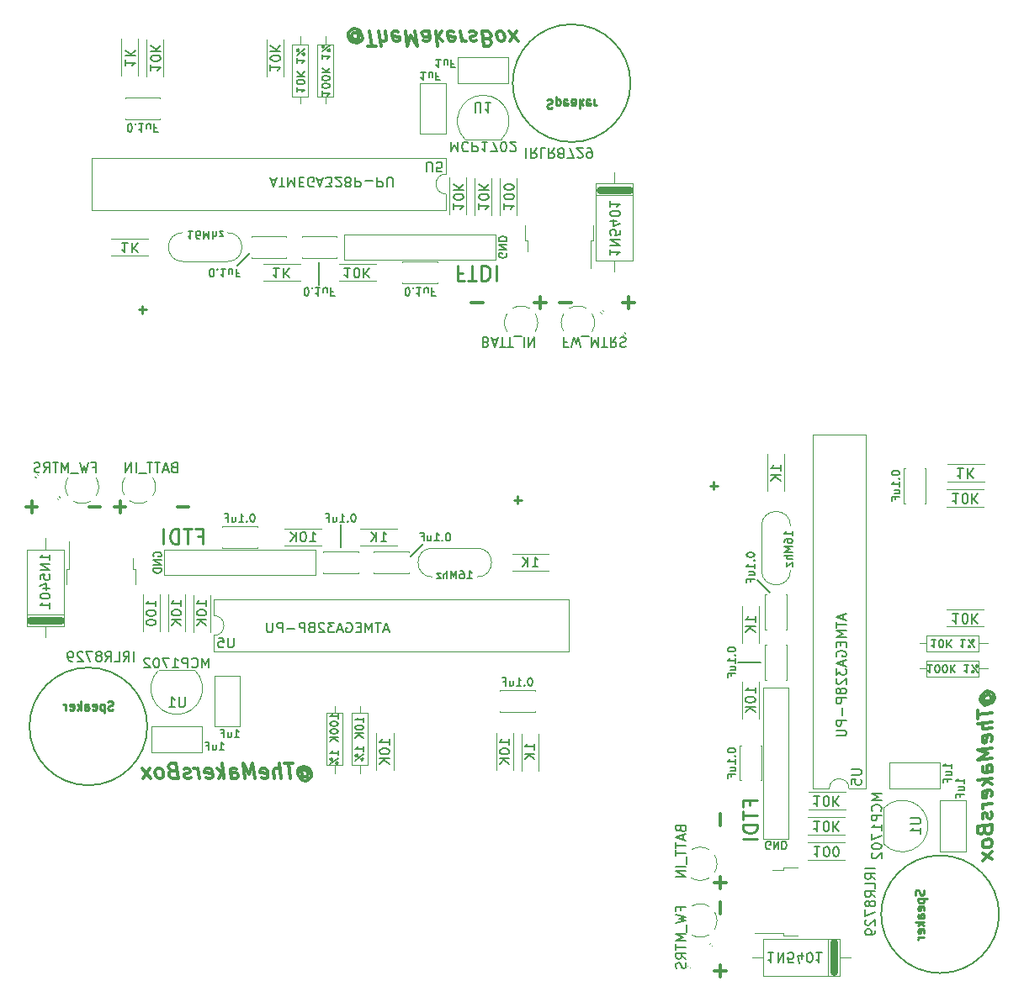
<source format=gbo>
%MOIN*%
%OFA0B0*%
%FSLAX46Y46*%
%IPPOS*%
%LPD*%
%ADD10C,0.0039370078740157488*%
%ADD11C,0.005905511811023622*%
%ADD12C,0.011811023622047244*%
%ADD13C,0.00984251968503937*%
%ADD14C,0.0047244094488188976*%
%ADD15C,0.031496062992125991*%
%ADD16C,0.00875*%
%ADD27C,0.0039370078740157488*%
%ADD28C,0.005905511811023622*%
%ADD29C,0.011811023622047244*%
%ADD30C,0.00984251968503937*%
%ADD31C,0.0047244094488188976*%
%ADD32C,0.031496062992125991*%
%ADD33C,0.00875*%
%ADD34C,0.0039370078740157488*%
%ADD35C,0.005905511811023622*%
%ADD36C,0.011811023622047244*%
%ADD37C,0.00984251968503937*%
%ADD38C,0.0047244094488188976*%
%ADD39C,0.031496062992125991*%
%ADD40C,0.00875*%
G01*
D10*
D11*
X0001263307Y0001798070D02*
X0001263307Y0001808070D01*
X0001263307Y0001718070D02*
X0001263307Y0001798070D01*
X0000522559Y0001682067D02*
X0000521059Y0001685067D01*
X0000521059Y0001689566D01*
X0000522559Y0001694066D01*
X0000525558Y0001697065D01*
X0000528558Y0001698565D01*
X0000534557Y0001700065D01*
X0000539057Y0001700065D01*
X0000545056Y0001698565D01*
X0000548055Y0001697065D01*
X0000551055Y0001694066D01*
X0000552555Y0001689566D01*
X0000552555Y0001686567D01*
X0000551055Y0001682067D01*
X0000549555Y0001680568D01*
X0000539057Y0001680568D01*
X0000539057Y0001686567D01*
X0000552555Y0001667069D02*
X0000521059Y0001667069D01*
X0000552555Y0001649071D01*
X0000521059Y0001649071D01*
X0000552555Y0001634073D02*
X0000521059Y0001634073D01*
X0000521059Y0001626574D01*
X0000522559Y0001622075D01*
X0000525558Y0001619075D01*
X0000528558Y0001617575D01*
X0000534557Y0001616076D01*
X0000539057Y0001616076D01*
X0000545056Y0001617575D01*
X0000548055Y0001619075D01*
X0000551055Y0001622075D01*
X0000552555Y0001626574D01*
X0000552555Y0001634073D01*
D12*
X0000310804Y0001878852D02*
X0000265809Y0001878852D01*
X0000060804Y0001878852D02*
X0000015809Y0001878852D01*
X0000038307Y0001856355D02*
X0000038307Y0001901349D01*
D11*
X0001538307Y0001683070D02*
X0001588307Y0001733070D01*
D12*
X0001107000Y0000829476D02*
X0001109461Y0000832289D01*
X0001114734Y0000835101D01*
X0001120358Y0000835101D01*
X0001126334Y0000832289D01*
X0001129498Y0000829476D01*
X0001133013Y0000823852D01*
X0001133716Y0000818228D01*
X0001131607Y0000812604D01*
X0001129146Y0000809791D01*
X0001123873Y0000806979D01*
X0001118249Y0000806979D01*
X0001112273Y0000809791D01*
X0001109109Y0000812604D01*
X0001106297Y0000835101D02*
X0001109109Y0000812604D01*
X0001106649Y0000809791D01*
X0001103837Y0000809791D01*
X0001097861Y0000812604D01*
X0001094346Y0000818228D01*
X0001092588Y0000832289D01*
X0001097158Y0000840725D01*
X0001104891Y0000846349D01*
X0001115788Y0000849161D01*
X0001127388Y0000846349D01*
X0001136528Y0000840725D01*
X0001143207Y0000832289D01*
X0001147425Y0000821040D01*
X0001146019Y0000809791D01*
X0001141449Y0000801355D01*
X0001133716Y0000795731D01*
X0001122819Y0000792918D01*
X0001111219Y0000795731D01*
X0001102079Y0000801355D01*
X0001072200Y0000860410D02*
X0001038454Y0000860410D01*
X0001062709Y0000801355D02*
X0001055327Y0000860410D01*
X0001026151Y0000801355D02*
X0001018769Y0000860410D01*
X0001000842Y0000801355D02*
X0000996975Y0000832289D01*
X0000999084Y0000837913D01*
X0001004357Y0000840725D01*
X0001012793Y0000840725D01*
X0001018769Y0000837913D01*
X0001021933Y0000835101D01*
X0000949872Y0000804167D02*
X0000955847Y0000801355D01*
X0000967096Y0000801355D01*
X0000972369Y0000804167D01*
X0000974478Y0000809791D01*
X0000971666Y0000832289D01*
X0000968151Y0000837913D01*
X0000962175Y0000840725D01*
X0000950926Y0000840725D01*
X0000945653Y0000837913D01*
X0000943544Y0000832289D01*
X0000944247Y0000826664D01*
X0000973072Y0000821040D01*
X0000922102Y0000801355D02*
X0000914720Y0000860410D01*
X0000900307Y0000818228D01*
X0000875350Y0000860410D01*
X0000882732Y0000801355D01*
X0000829301Y0000801355D02*
X0000825434Y0000832289D01*
X0000827543Y0000837913D01*
X0000832816Y0000840725D01*
X0000844064Y0000840725D01*
X0000850040Y0000837913D01*
X0000828949Y0000804167D02*
X0000834925Y0000801355D01*
X0000848986Y0000801355D01*
X0000854259Y0000804167D01*
X0000856368Y0000809791D01*
X0000855665Y0000815416D01*
X0000852149Y0000821040D01*
X0000846174Y0000823852D01*
X0000832113Y0000823852D01*
X0000826137Y0000826664D01*
X0000801179Y0000801355D02*
X0000793797Y0000860410D01*
X0000792743Y0000823852D02*
X0000778682Y0000801355D01*
X0000773761Y0000840725D02*
X0000799070Y0000818228D01*
X0000730524Y0000804167D02*
X0000736500Y0000801355D01*
X0000747748Y0000801355D01*
X0000753021Y0000804167D01*
X0000755130Y0000809791D01*
X0000752318Y0000832289D01*
X0000748803Y0000837913D01*
X0000742827Y0000840725D01*
X0000731579Y0000840725D01*
X0000726306Y0000837913D01*
X0000724197Y0000832289D01*
X0000724900Y0000826664D01*
X0000753724Y0000821040D01*
X0000702754Y0000801355D02*
X0000697833Y0000840725D01*
X0000699239Y0000829476D02*
X0000695724Y0000835101D01*
X0000692560Y0000837913D01*
X0000686584Y0000840725D01*
X0000680960Y0000840725D01*
X0000668657Y0000804167D02*
X0000663384Y0000801355D01*
X0000652135Y0000801355D01*
X0000646160Y0000804167D01*
X0000642644Y0000809791D01*
X0000642293Y0000812604D01*
X0000644402Y0000818228D01*
X0000649675Y0000821040D01*
X0000658111Y0000821040D01*
X0000663384Y0000823852D01*
X0000665493Y0000829476D01*
X0000665142Y0000832289D01*
X0000661626Y0000837913D01*
X0000655651Y0000840725D01*
X0000647214Y0000840725D01*
X0000641941Y0000837913D01*
X0000594838Y0000832289D02*
X0000586753Y0000829476D01*
X0000584292Y0000826664D01*
X0000582183Y0000821040D01*
X0000583238Y0000812604D01*
X0000586753Y0000806979D01*
X0000589917Y0000804167D01*
X0000595892Y0000801355D01*
X0000618390Y0000801355D01*
X0000611008Y0000860410D01*
X0000591323Y0000860410D01*
X0000586050Y0000857598D01*
X0000583589Y0000854786D01*
X0000581480Y0000849161D01*
X0000582183Y0000843537D01*
X0000585698Y0000837913D01*
X0000588862Y0000835101D01*
X0000594838Y0000832289D01*
X0000614523Y0000832289D01*
X0000550898Y0000801355D02*
X0000556171Y0000804167D01*
X0000558631Y0000806979D01*
X0000560740Y0000812604D01*
X0000558631Y0000829476D01*
X0000555116Y0000835101D01*
X0000551953Y0000837913D01*
X0000545977Y0000840725D01*
X0000537540Y0000840725D01*
X0000532267Y0000837913D01*
X0000529807Y0000835101D01*
X0000527698Y0000829476D01*
X0000529807Y0000812604D01*
X0000533322Y0000806979D01*
X0000536486Y0000804167D01*
X0000542462Y0000801355D01*
X0000550898Y0000801355D01*
X0000511528Y0000801355D02*
X0000475673Y0000840725D01*
X0000506607Y0000840725D02*
X0000480594Y0000801355D01*
D13*
X0001978305Y0001905258D02*
X0001948308Y0001905258D01*
X0001963307Y0001890260D02*
X0001963307Y0001920256D01*
D12*
X0000660804Y0001878852D02*
X0000615809Y0001878852D01*
X0000410804Y0001878852D02*
X0000365809Y0001878852D01*
X0000388307Y0001856355D02*
X0000388307Y0001901349D01*
D14*
X0001163307Y0001608070D02*
X0001163307Y0001708070D01*
X0001163307Y0001708070D02*
X0000563307Y0001708070D01*
X0000563307Y0001708070D02*
X0000563307Y0001608070D01*
X0000563307Y0001608070D02*
X0001163307Y0001608070D01*
X0000760944Y0001368700D02*
G75*
G03X0000760944Y0001447440J0000039370D01*
G01*
X0000760944Y0001447440D02*
X0000760944Y0001512401D01*
X0000760944Y0001512401D02*
X0002165669Y0001512401D01*
X0002165669Y0001512401D02*
X0002165669Y0001303740D01*
X0002165669Y0001303740D02*
X0000760944Y0001303740D01*
X0000760944Y0001303740D02*
X0000760944Y0001368700D01*
X0000519429Y0001923023D02*
G75*
G03X0000519409Y0001993149I-0000056122J0000035046D01*
G01*
X0000428271Y0001901954D02*
G75*
G03X0000497401Y0001901377I0000035035J0000056116D01*
G01*
X0000407190Y0001993106D02*
G75*
G03X0000406614Y0001923976I0000056116J-0000035035D01*
G01*
X0000203257Y0001901979D02*
G75*
G03X0000238307Y0001891929I0000035049J0000056091D01*
G01*
X0000182184Y0001993117D02*
G75*
G03X0000182204Y0001922992I0000056122J-0000035046D01*
G01*
X0000294423Y0001923035D02*
G75*
G03X0000295000Y0001992165I-0000056116J0000035035D01*
G01*
X0000237178Y0001891925D02*
G75*
G03X0000272401Y0001901377I0000001128J0000066145D01*
G01*
X0000050314Y0002000157D02*
X0000055393Y0001995118D01*
X0000138897Y0001911574D02*
X0000142598Y0001907913D01*
X0000058385Y0002008267D02*
X0000062086Y0002004566D01*
X0000145590Y0001921023D02*
X0000150669Y0001915984D01*
X0001803464Y0001715157D02*
X0001626299Y0001715157D01*
X0001803464Y0001600984D02*
G75*
G03X0001803464Y0001715157J0000057086D01*
G01*
X0001626299Y0001600984D02*
G75*
G02X0001626299Y0001715157J0000057086D01*
G01*
D15*
X0000152362Y0001430118D02*
X0000034251Y0001430118D01*
D14*
X0000166535Y0001406102D02*
X0000020078Y0001406102D01*
X0000020078Y0001406102D02*
X0000020078Y0001710039D01*
X0000020078Y0001710039D02*
X0000166535Y0001710039D01*
X0000166535Y0001710039D02*
X0000166535Y0001406102D01*
X0000093307Y0001362401D02*
X0000093307Y0001406102D01*
X0000093307Y0001753740D02*
X0000093307Y0001710039D01*
X0000166535Y0001453346D02*
X0000020078Y0001453346D01*
D11*
X0000496759Y0001008070D02*
G75*
G03X0000496759Y0001008070I-0000233452D01*
G01*
D14*
X0001184960Y0001791929D02*
X0001038503Y0001791929D01*
X0001184960Y0001724212D02*
X0001038503Y0001724212D01*
X0001484960Y0001791929D02*
X0001338503Y0001791929D01*
X0001484960Y0001724212D02*
X0001338503Y0001724212D01*
X0000761732Y0001209645D02*
X0000761732Y0001008070D01*
X0000864881Y0001209645D02*
X0000864881Y0001008070D01*
X0000761732Y0001209645D02*
X0000864881Y0001209645D01*
X0000761732Y0001008070D02*
X0000864881Y0001008070D01*
X0000714881Y0001009645D02*
X0000513307Y0001009645D01*
X0000714881Y0000906496D02*
X0000513307Y0000906496D01*
X0000714881Y0001009645D02*
X0000714881Y0000906496D01*
X0000513307Y0001009645D02*
X0000513307Y0000906496D01*
X0001193228Y0001614370D02*
X0001331811Y0001614370D01*
X0001193228Y0001701771D02*
X0001331811Y0001701771D01*
X0001193228Y0001614370D02*
X0001193228Y0001618858D01*
X0001193228Y0001697283D02*
X0001193228Y0001701771D01*
X0001331811Y0001614370D02*
X0001331811Y0001618858D01*
X0001331811Y0001697283D02*
X0001331811Y0001701771D01*
X0000542440Y0001230905D02*
X0000684173Y0001230905D01*
X0000540926Y0001230451D02*
G75*
G03X0000613307Y0001055708I0000072381J-0000072381D01*
G01*
X0000685688Y0001230451D02*
G75*
G02X0000613307Y0001055708I-0000072381J-0000072381D01*
G01*
X0001393228Y0001614370D02*
X0001531811Y0001614370D01*
X0001393228Y0001701771D02*
X0001531811Y0001701771D01*
X0001393228Y0001614370D02*
X0001393228Y0001618858D01*
X0001393228Y0001697283D02*
X0001393228Y0001701771D01*
X0001531811Y0001614370D02*
X0001531811Y0001618858D01*
X0001531811Y0001697283D02*
X0001531811Y0001701771D01*
X0000933385Y0001801771D02*
X0000794803Y0001801771D01*
X0000933385Y0001714370D02*
X0000794803Y0001714370D01*
X0000933385Y0001801771D02*
X0000933385Y0001797283D01*
X0000933385Y0001718858D02*
X0000933385Y0001714370D01*
X0000794803Y0001801771D02*
X0000794803Y0001797283D01*
X0000794803Y0001718858D02*
X0000794803Y0001714370D01*
X0000679448Y0001529724D02*
X0000679448Y0001383267D01*
X0000747165Y0001529724D02*
X0000747165Y0001383267D01*
X0001893228Y0001064370D02*
X0002031811Y0001064370D01*
X0001893228Y0001151771D02*
X0002031811Y0001151771D01*
X0001893228Y0001064370D02*
X0001893228Y0001068858D01*
X0001893228Y0001147283D02*
X0001893228Y0001151771D01*
X0002031811Y0001064370D02*
X0002031811Y0001068858D01*
X0002031811Y0001147283D02*
X0002031811Y0001151771D01*
X0001979448Y0000979724D02*
X0001979448Y0000833267D01*
X0002047165Y0000979724D02*
X0002047165Y0000833267D01*
X0001947165Y0000836417D02*
X0001947165Y0000982874D01*
X0001879448Y0000836417D02*
X0001879448Y0000982874D01*
X0000647165Y0001386417D02*
X0000647165Y0001532874D01*
X0000579448Y0001386417D02*
X0000579448Y0001532874D01*
X0000547165Y0001386417D02*
X0000547165Y0001532874D01*
X0000479448Y0001386417D02*
X0000479448Y0001532874D01*
X0001941653Y0001624212D02*
X0002088110Y0001624212D01*
X0001941653Y0001691929D02*
X0002088110Y0001691929D01*
D10*
X0001238307Y0000856102D02*
X0001238307Y0000820669D01*
X0001238307Y0001060826D02*
X0001238307Y0001088385D01*
X0001269803Y0001060826D02*
X0001206811Y0001060826D01*
X0001206811Y0001060826D02*
X0001206811Y0000856102D01*
X0001206811Y0000856102D02*
X0001269803Y0000856102D01*
X0001269803Y0000856102D02*
X0001269803Y0001060826D01*
X0001338307Y0000856102D02*
X0001338307Y0000820669D01*
X0001338307Y0001060826D02*
X0001338307Y0001088385D01*
X0001369803Y0001060826D02*
X0001306810Y0001060826D01*
X0001306810Y0001060826D02*
X0001306810Y0000856102D01*
X0001306810Y0000856102D02*
X0001369803Y0000856102D01*
X0001369803Y0000856102D02*
X0001369803Y0001060826D01*
D14*
X0001472165Y0000836417D02*
X0001472165Y0000982874D01*
X0001404448Y0000836417D02*
X0001404448Y0000982874D01*
X0000177480Y0001571259D02*
X0000177480Y0001630314D01*
X0000177480Y0001630314D02*
X0000188110Y0001630314D01*
X0000188110Y0001630314D02*
X0000188110Y0001741732D01*
X0000449133Y0001571259D02*
X0000449133Y0001630314D01*
X0000449133Y0001630314D02*
X0000438503Y0001630314D01*
X0000438503Y0001630314D02*
X0000438503Y0001673622D01*
D13*
X0000695956Y0001762289D02*
X0000715641Y0001762289D01*
X0000715641Y0001731355D02*
X0000715641Y0001790410D01*
X0000687519Y0001790410D01*
X0000673458Y0001790410D02*
X0000639713Y0001790410D01*
X0000656585Y0001731355D02*
X0000656585Y0001790410D01*
X0000620028Y0001731355D02*
X0000620028Y0001790410D01*
X0000605967Y0001790410D01*
X0000597530Y0001787598D01*
X0000591906Y0001781974D01*
X0000589094Y0001776349D01*
X0000586282Y0001765101D01*
X0000586282Y0001756664D01*
X0000589094Y0001745416D01*
X0000591906Y0001739791D01*
X0000597530Y0001734167D01*
X0000605967Y0001731355D01*
X0000620028Y0001731355D01*
X0000560972Y0001731355D02*
X0000560972Y0001790410D01*
D11*
X0000838303Y0001359630D02*
X0000838303Y0001327759D01*
X0000836428Y0001324010D01*
X0000834553Y0001322135D01*
X0000830804Y0001320260D01*
X0000823305Y0001320260D01*
X0000819555Y0001322135D01*
X0000817680Y0001324010D01*
X0000815806Y0001327759D01*
X0000815806Y0001359630D01*
X0000778310Y0001359630D02*
X0000797058Y0001359630D01*
X0000798933Y0001340883D01*
X0000797058Y0001342757D01*
X0000793308Y0001344632D01*
X0000783935Y0001344632D01*
X0000780185Y0001342757D01*
X0000778310Y0001340883D01*
X0000776436Y0001337133D01*
X0000776436Y0001327759D01*
X0000778310Y0001324010D01*
X0000780185Y0001322135D01*
X0000783935Y0001320260D01*
X0000793308Y0001320260D01*
X0000797058Y0001322135D01*
X0000798933Y0001324010D01*
X0001452651Y0001391509D02*
X0001433904Y0001391509D01*
X0001456401Y0001380260D02*
X0001443278Y0001419630D01*
X0001430154Y0001380260D01*
X0001422655Y0001419630D02*
X0001400158Y0001419630D01*
X0001411407Y0001380260D02*
X0001411407Y0001419630D01*
X0001387035Y0001380260D02*
X0001387035Y0001419630D01*
X0001373911Y0001391509D01*
X0001360788Y0001419630D01*
X0001360788Y0001380260D01*
X0001342040Y0001400883D02*
X0001328917Y0001400883D01*
X0001323292Y0001380260D02*
X0001342040Y0001380260D01*
X0001342040Y0001419630D01*
X0001323292Y0001419630D01*
X0001285797Y0001417755D02*
X0001289547Y0001419630D01*
X0001295171Y0001419630D01*
X0001300795Y0001417755D01*
X0001304545Y0001414006D01*
X0001306420Y0001410256D01*
X0001308294Y0001402757D01*
X0001308294Y0001397133D01*
X0001306420Y0001389634D01*
X0001304545Y0001385884D01*
X0001300795Y0001382135D01*
X0001295171Y0001380260D01*
X0001291421Y0001380260D01*
X0001285797Y0001382135D01*
X0001283922Y0001384010D01*
X0001283922Y0001397133D01*
X0001291421Y0001397133D01*
X0001268924Y0001391509D02*
X0001250177Y0001391509D01*
X0001272674Y0001380260D02*
X0001259550Y0001419630D01*
X0001246427Y0001380260D01*
X0001237053Y0001419630D02*
X0001212681Y0001419630D01*
X0001225805Y0001404632D01*
X0001220180Y0001404632D01*
X0001216431Y0001402757D01*
X0001214556Y0001400883D01*
X0001212681Y0001397133D01*
X0001212681Y0001387759D01*
X0001214556Y0001384010D01*
X0001216431Y0001382135D01*
X0001220180Y0001380260D01*
X0001231429Y0001380260D01*
X0001235179Y0001382135D01*
X0001237053Y0001384010D01*
X0001197683Y0001415881D02*
X0001195808Y0001417755D01*
X0001192059Y0001419630D01*
X0001182685Y0001419630D01*
X0001178936Y0001417755D01*
X0001177061Y0001415881D01*
X0001175186Y0001412131D01*
X0001175186Y0001408382D01*
X0001177061Y0001402757D01*
X0001199558Y0001380260D01*
X0001175186Y0001380260D01*
X0001152689Y0001402757D02*
X0001156438Y0001404632D01*
X0001158313Y0001406507D01*
X0001160188Y0001410256D01*
X0001160188Y0001412131D01*
X0001158313Y0001415881D01*
X0001156438Y0001417755D01*
X0001152689Y0001419630D01*
X0001145190Y0001419630D01*
X0001141440Y0001417755D01*
X0001139565Y0001415881D01*
X0001137691Y0001412131D01*
X0001137691Y0001410256D01*
X0001139565Y0001406507D01*
X0001141440Y0001404632D01*
X0001145190Y0001402757D01*
X0001152689Y0001402757D01*
X0001156438Y0001400883D01*
X0001158313Y0001399008D01*
X0001160188Y0001395258D01*
X0001160188Y0001387759D01*
X0001158313Y0001384010D01*
X0001156438Y0001382135D01*
X0001152689Y0001380260D01*
X0001145190Y0001380260D01*
X0001141440Y0001382135D01*
X0001139565Y0001384010D01*
X0001137691Y0001387759D01*
X0001137691Y0001395258D01*
X0001139565Y0001399008D01*
X0001141440Y0001400883D01*
X0001145190Y0001402757D01*
X0001120818Y0001380260D02*
X0001120818Y0001419630D01*
X0001105820Y0001419630D01*
X0001102070Y0001417755D01*
X0001100195Y0001415881D01*
X0001098321Y0001412131D01*
X0001098321Y0001406507D01*
X0001100195Y0001402757D01*
X0001102070Y0001400883D01*
X0001105820Y0001399008D01*
X0001120818Y0001399008D01*
X0001081448Y0001395258D02*
X0001051451Y0001395258D01*
X0001032704Y0001380260D02*
X0001032704Y0001419630D01*
X0001017706Y0001419630D01*
X0001013956Y0001417755D01*
X0001012081Y0001415881D01*
X0001010207Y0001412131D01*
X0001010207Y0001406507D01*
X0001012081Y0001402757D01*
X0001013956Y0001400883D01*
X0001017706Y0001399008D01*
X0001032704Y0001399008D01*
X0000993334Y0001419630D02*
X0000993334Y0001387759D01*
X0000991459Y0001384010D01*
X0000989584Y0001382135D01*
X0000985835Y0001380260D01*
X0000978336Y0001380260D01*
X0000974586Y0001382135D01*
X0000972711Y0001384010D01*
X0000970837Y0001387759D01*
X0000970837Y0001419630D01*
X0000602358Y0002035882D02*
X0000596734Y0002034008D01*
X0000594859Y0002032133D01*
X0000592984Y0002028383D01*
X0000592984Y0002022759D01*
X0000594859Y0002019010D01*
X0000596734Y0002017135D01*
X0000600483Y0002015260D01*
X0000615481Y0002015260D01*
X0000615481Y0002054630D01*
X0000602358Y0002054630D01*
X0000598608Y0002052755D01*
X0000596734Y0002050881D01*
X0000594859Y0002047131D01*
X0000594859Y0002043382D01*
X0000596734Y0002039632D01*
X0000598608Y0002037757D01*
X0000602358Y0002035882D01*
X0000615481Y0002035882D01*
X0000577986Y0002026509D02*
X0000559238Y0002026509D01*
X0000581735Y0002015260D02*
X0000568612Y0002054630D01*
X0000555489Y0002015260D01*
X0000547990Y0002054630D02*
X0000525493Y0002054630D01*
X0000536741Y0002015260D02*
X0000536741Y0002054630D01*
X0000517993Y0002054630D02*
X0000495496Y0002054630D01*
X0000506745Y0002015260D02*
X0000506745Y0002054630D01*
X0000491747Y0002011511D02*
X0000461750Y0002011511D01*
X0000452377Y0002015260D02*
X0000452377Y0002054630D01*
X0000433629Y0002015260D02*
X0000433629Y0002054630D01*
X0000411132Y0002015260D01*
X0000411132Y0002054630D01*
X0000279570Y0002035686D02*
X0000292694Y0002035686D01*
X0000292694Y0002015063D02*
X0000292694Y0002054433D01*
X0000273946Y0002054433D01*
X0000262697Y0002054433D02*
X0000253323Y0002015063D01*
X0000245824Y0002043185D01*
X0000238325Y0002015063D01*
X0000228952Y0002054433D01*
X0000223327Y0002011314D02*
X0000193331Y0002011314D01*
X0000183957Y0002015063D02*
X0000183957Y0002054433D01*
X0000170834Y0002026312D01*
X0000157710Y0002054433D01*
X0000157710Y0002015063D01*
X0000144587Y0002054433D02*
X0000122090Y0002054433D01*
X0000133338Y0002015063D02*
X0000133338Y0002054433D01*
X0000086469Y0002015063D02*
X0000099593Y0002033811D01*
X0000108966Y0002015063D02*
X0000108966Y0002054433D01*
X0000093968Y0002054433D01*
X0000090219Y0002052559D01*
X0000088344Y0002050684D01*
X0000086469Y0002046934D01*
X0000086469Y0002041310D01*
X0000088344Y0002037560D01*
X0000090219Y0002035686D01*
X0000093968Y0002033811D01*
X0000108966Y0002033811D01*
X0000071471Y0002016938D02*
X0000065847Y0002015063D01*
X0000056473Y0002015063D01*
X0000052724Y0002016938D01*
X0000050849Y0002018813D01*
X0000048974Y0002022562D01*
X0000048974Y0002026312D01*
X0000050849Y0002030061D01*
X0000052724Y0002031936D01*
X0000056473Y0002033811D01*
X0000063972Y0002035686D01*
X0000067722Y0002037560D01*
X0000069596Y0002039435D01*
X0000071471Y0002043185D01*
X0000071471Y0002046934D01*
X0000069596Y0002050684D01*
X0000067722Y0002052559D01*
X0000063972Y0002054433D01*
X0000054598Y0002054433D01*
X0000048974Y0002052559D01*
X0001764300Y0001593822D02*
X0001782298Y0001593822D01*
X0001773299Y0001593822D02*
X0001773299Y0001625318D01*
X0001776299Y0001620819D01*
X0001779298Y0001617819D01*
X0001782298Y0001616319D01*
X0001737304Y0001625318D02*
X0001743303Y0001625318D01*
X0001746302Y0001623818D01*
X0001747802Y0001622319D01*
X0001750802Y0001617819D01*
X0001752302Y0001611820D01*
X0001752302Y0001599821D01*
X0001750802Y0001596822D01*
X0001749302Y0001595322D01*
X0001746302Y0001593822D01*
X0001740303Y0001593822D01*
X0001737304Y0001595322D01*
X0001735804Y0001596822D01*
X0001734304Y0001599821D01*
X0001734304Y0001607320D01*
X0001735804Y0001610320D01*
X0001737304Y0001611820D01*
X0001740303Y0001613320D01*
X0001746302Y0001613320D01*
X0001749302Y0001611820D01*
X0001750802Y0001610320D01*
X0001752302Y0001607320D01*
X0001720806Y0001593822D02*
X0001720806Y0001625318D01*
X0001710307Y0001602821D01*
X0001699808Y0001625318D01*
X0001699808Y0001593822D01*
X0001684810Y0001593822D02*
X0001684810Y0001625318D01*
X0001671312Y0001593822D02*
X0001671312Y0001610320D01*
X0001672812Y0001613320D01*
X0001675811Y0001614820D01*
X0001680311Y0001614820D01*
X0001683310Y0001613320D01*
X0001684810Y0001611820D01*
X0001659313Y0001614820D02*
X0001642815Y0001614820D01*
X0001659313Y0001593822D01*
X0001642815Y0001593822D01*
X0000111117Y0001667435D02*
X0000111117Y0001689932D01*
X0000111117Y0001678683D02*
X0000071747Y0001678683D01*
X0000077371Y0001682433D01*
X0000081121Y0001686182D01*
X0000082995Y0001689932D01*
X0000111117Y0001650562D02*
X0000071747Y0001650562D01*
X0000111117Y0001628065D01*
X0000071747Y0001628065D01*
X0000071747Y0001590569D02*
X0000071747Y0001609317D01*
X0000090494Y0001611192D01*
X0000088620Y0001609317D01*
X0000086745Y0001605568D01*
X0000086745Y0001596194D01*
X0000088620Y0001592444D01*
X0000090494Y0001590569D01*
X0000094244Y0001588695D01*
X0000103618Y0001588695D01*
X0000107367Y0001590569D01*
X0000109242Y0001592444D01*
X0000111117Y0001596194D01*
X0000111117Y0001605568D01*
X0000109242Y0001609317D01*
X0000107367Y0001611192D01*
X0000084870Y0001554949D02*
X0000111117Y0001554949D01*
X0000069872Y0001564323D02*
X0000097993Y0001573697D01*
X0000097993Y0001549325D01*
X0000071747Y0001526827D02*
X0000071747Y0001523078D01*
X0000073622Y0001519328D01*
X0000075496Y0001517454D01*
X0000079246Y0001515579D01*
X0000086745Y0001513704D01*
X0000096119Y0001513704D01*
X0000103618Y0001515579D01*
X0000107367Y0001517454D01*
X0000109242Y0001519328D01*
X0000111117Y0001523078D01*
X0000111117Y0001526827D01*
X0000109242Y0001530577D01*
X0000107367Y0001532452D01*
X0000103618Y0001534326D01*
X0000096119Y0001536201D01*
X0000086745Y0001536201D01*
X0000079246Y0001534326D01*
X0000075496Y0001532452D01*
X0000073622Y0001530577D01*
X0000071747Y0001526827D01*
X0000111117Y0001476209D02*
X0000111117Y0001498706D01*
X0000111117Y0001487457D02*
X0000071747Y0001487457D01*
X0000077371Y0001491207D01*
X0000081121Y0001494956D01*
X0000082995Y0001498706D01*
D16*
X0000359973Y0001073904D02*
X0000354973Y0001072237D01*
X0000346640Y0001072237D01*
X0000343307Y0001073904D01*
X0000341640Y0001075570D01*
X0000339973Y0001078904D01*
X0000339973Y0001082237D01*
X0000341640Y0001085570D01*
X0000343307Y0001087237D01*
X0000346640Y0001088904D01*
X0000353307Y0001090570D01*
X0000356640Y0001092237D01*
X0000358307Y0001093904D01*
X0000359973Y0001097237D01*
X0000359973Y0001100570D01*
X0000358307Y0001103904D01*
X0000356640Y0001105570D01*
X0000353307Y0001107237D01*
X0000344973Y0001107237D01*
X0000339973Y0001105570D01*
X0000324973Y0001095570D02*
X0000324973Y0001060570D01*
X0000324973Y0001093904D02*
X0000321640Y0001095570D01*
X0000314973Y0001095570D01*
X0000311640Y0001093904D01*
X0000309973Y0001092237D01*
X0000308307Y0001088904D01*
X0000308307Y0001078904D01*
X0000309973Y0001075570D01*
X0000311640Y0001073904D01*
X0000314973Y0001072237D01*
X0000321640Y0001072237D01*
X0000324973Y0001073904D01*
X0000279973Y0001073904D02*
X0000283307Y0001072237D01*
X0000289973Y0001072237D01*
X0000293307Y0001073904D01*
X0000294973Y0001077237D01*
X0000294973Y0001090570D01*
X0000293307Y0001093904D01*
X0000289973Y0001095570D01*
X0000283307Y0001095570D01*
X0000279973Y0001093904D01*
X0000278307Y0001090570D01*
X0000278307Y0001087237D01*
X0000294973Y0001083904D01*
X0000248307Y0001072237D02*
X0000248307Y0001090570D01*
X0000249973Y0001093904D01*
X0000253307Y0001095570D01*
X0000259973Y0001095570D01*
X0000263307Y0001093904D01*
X0000248307Y0001073904D02*
X0000251640Y0001072237D01*
X0000259973Y0001072237D01*
X0000263307Y0001073904D01*
X0000264973Y0001077237D01*
X0000264973Y0001080570D01*
X0000263307Y0001083904D01*
X0000259973Y0001085570D01*
X0000251640Y0001085570D01*
X0000248307Y0001087237D01*
X0000231640Y0001072237D02*
X0000231640Y0001107237D01*
X0000228307Y0001085570D02*
X0000218307Y0001072237D01*
X0000218307Y0001095570D02*
X0000231640Y0001082237D01*
X0000189973Y0001073904D02*
X0000193307Y0001072237D01*
X0000199973Y0001072237D01*
X0000203307Y0001073904D01*
X0000204973Y0001077237D01*
X0000204973Y0001090570D01*
X0000203307Y0001093904D01*
X0000199973Y0001095570D01*
X0000193307Y0001095570D01*
X0000189973Y0001093904D01*
X0000188307Y0001090570D01*
X0000188307Y0001087237D01*
X0000204973Y0001083904D01*
X0000173307Y0001072237D02*
X0000173307Y0001095570D01*
X0000173307Y0001088904D02*
X0000171640Y0001092237D01*
X0000169973Y0001093904D01*
X0000166640Y0001095570D01*
X0000163307Y0001095570D01*
D11*
X0001140491Y0001740260D02*
X0001162988Y0001740260D01*
X0001151739Y0001740260D02*
X0001151739Y0001779630D01*
X0001155489Y0001774006D01*
X0001159238Y0001770256D01*
X0001162988Y0001768382D01*
X0001116119Y0001779630D02*
X0001112369Y0001779630D01*
X0001108620Y0001777755D01*
X0001106745Y0001775881D01*
X0001104870Y0001772131D01*
X0001102995Y0001764632D01*
X0001102995Y0001755258D01*
X0001104870Y0001747759D01*
X0001106745Y0001744010D01*
X0001108620Y0001742135D01*
X0001112369Y0001740260D01*
X0001116119Y0001740260D01*
X0001119868Y0001742135D01*
X0001121743Y0001744010D01*
X0001123618Y0001747759D01*
X0001125493Y0001755258D01*
X0001125493Y0001764632D01*
X0001123618Y0001772131D01*
X0001121743Y0001775881D01*
X0001119868Y0001777755D01*
X0001116119Y0001779630D01*
X0001086122Y0001740260D02*
X0001086122Y0001779630D01*
X0001063625Y0001740260D02*
X0001080498Y0001762757D01*
X0001063625Y0001779630D02*
X0001086122Y0001757133D01*
X0001421743Y0001740260D02*
X0001444240Y0001740260D01*
X0001432992Y0001740260D02*
X0001432992Y0001779630D01*
X0001436741Y0001774006D01*
X0001440491Y0001770256D01*
X0001444240Y0001768382D01*
X0001404870Y0001740260D02*
X0001404870Y0001779630D01*
X0001382373Y0001740260D02*
X0001399246Y0001762757D01*
X0001382373Y0001779630D02*
X0001404870Y0001757133D01*
X0000842054Y0000963822D02*
X0000860052Y0000963822D01*
X0000851053Y0000963822D02*
X0000851053Y0000995318D01*
X0000854053Y0000990819D01*
X0000857052Y0000987819D01*
X0000860052Y0000986319D01*
X0000815058Y0000984820D02*
X0000815058Y0000963822D01*
X0000828556Y0000984820D02*
X0000828556Y0000968322D01*
X0000827056Y0000965322D01*
X0000824056Y0000963822D01*
X0000819557Y0000963822D01*
X0000816557Y0000965322D01*
X0000815058Y0000966822D01*
X0000789561Y0000980320D02*
X0000800059Y0000980320D01*
X0000800059Y0000963822D02*
X0000800059Y0000995318D01*
X0000785061Y0000995318D01*
X0000782054Y0000913822D02*
X0000800052Y0000913822D01*
X0000791053Y0000913822D02*
X0000791053Y0000945318D01*
X0000794053Y0000940819D01*
X0000797052Y0000937819D01*
X0000800052Y0000936319D01*
X0000755058Y0000934820D02*
X0000755058Y0000913822D01*
X0000768556Y0000934820D02*
X0000768556Y0000918322D01*
X0000767056Y0000915322D01*
X0000764056Y0000913822D01*
X0000759557Y0000913822D01*
X0000756557Y0000915322D01*
X0000755058Y0000916822D01*
X0000729561Y0000930320D02*
X0000740059Y0000930320D01*
X0000740059Y0000913822D02*
X0000740059Y0000945318D01*
X0000725061Y0000945318D01*
X0001315050Y0001850318D02*
X0001312050Y0001850318D01*
X0001309051Y0001848818D01*
X0001307551Y0001847319D01*
X0001306051Y0001844319D01*
X0001304551Y0001838320D01*
X0001304551Y0001830821D01*
X0001306051Y0001824821D01*
X0001307551Y0001821822D01*
X0001309051Y0001820322D01*
X0001312050Y0001818822D01*
X0001315050Y0001818822D01*
X0001318050Y0001820322D01*
X0001319550Y0001821822D01*
X0001321049Y0001824821D01*
X0001322549Y0001830821D01*
X0001322549Y0001838320D01*
X0001321049Y0001844319D01*
X0001319550Y0001847319D01*
X0001318050Y0001848818D01*
X0001315050Y0001850318D01*
X0001291053Y0001821822D02*
X0001289553Y0001820322D01*
X0001291053Y0001818822D01*
X0001292553Y0001820322D01*
X0001291053Y0001821822D01*
X0001291053Y0001818822D01*
X0001259557Y0001818822D02*
X0001277555Y0001818822D01*
X0001268556Y0001818822D02*
X0001268556Y0001850318D01*
X0001271556Y0001845819D01*
X0001274555Y0001842819D01*
X0001277555Y0001841319D01*
X0001232560Y0001839820D02*
X0001232560Y0001818822D01*
X0001246059Y0001839820D02*
X0001246059Y0001823322D01*
X0001244559Y0001820322D01*
X0001241559Y0001818822D01*
X0001237060Y0001818822D01*
X0001234060Y0001820322D01*
X0001232560Y0001821822D01*
X0001207064Y0001835320D02*
X0001217562Y0001835320D01*
X0001217562Y0001818822D02*
X0001217562Y0001850318D01*
X0001202564Y0001850318D01*
X0000645271Y0001124118D02*
X0000645271Y0001092247D01*
X0000643397Y0001088498D01*
X0000641522Y0001086623D01*
X0000637772Y0001084748D01*
X0000630273Y0001084748D01*
X0000626524Y0001086623D01*
X0000624649Y0001088498D01*
X0000622774Y0001092247D01*
X0000622774Y0001124118D01*
X0000583404Y0001084748D02*
X0000605901Y0001084748D01*
X0000594653Y0001084748D02*
X0000594653Y0001124118D01*
X0000598402Y0001118494D01*
X0000602152Y0001114745D01*
X0000605901Y0001112870D01*
X0000740791Y0001240260D02*
X0000740791Y0001279630D01*
X0000727667Y0001251509D01*
X0000714544Y0001279630D01*
X0000714544Y0001240260D01*
X0000673299Y0001244010D02*
X0000675174Y0001242135D01*
X0000680798Y0001240260D01*
X0000684548Y0001240260D01*
X0000690172Y0001242135D01*
X0000693922Y0001245884D01*
X0000695796Y0001249634D01*
X0000697671Y0001257133D01*
X0000697671Y0001262757D01*
X0000695796Y0001270256D01*
X0000693922Y0001274006D01*
X0000690172Y0001277755D01*
X0000684548Y0001279630D01*
X0000680798Y0001279630D01*
X0000675174Y0001277755D01*
X0000673299Y0001275881D01*
X0000656426Y0001240260D02*
X0000656426Y0001279630D01*
X0000641428Y0001279630D01*
X0000637678Y0001277755D01*
X0000635804Y0001275881D01*
X0000633929Y0001272131D01*
X0000633929Y0001266507D01*
X0000635804Y0001262757D01*
X0000637678Y0001260882D01*
X0000641428Y0001259008D01*
X0000656426Y0001259008D01*
X0000596434Y0001240260D02*
X0000618931Y0001240260D01*
X0000607682Y0001240260D02*
X0000607682Y0001279630D01*
X0000611432Y0001274006D01*
X0000615181Y0001270256D01*
X0000618931Y0001268382D01*
X0000583310Y0001279630D02*
X0000557064Y0001279630D01*
X0000573937Y0001240260D01*
X0000534566Y0001279630D02*
X0000530817Y0001279630D01*
X0000527067Y0001277755D01*
X0000525193Y0001275881D01*
X0000523318Y0001272131D01*
X0000521443Y0001264632D01*
X0000521443Y0001255258D01*
X0000523318Y0001247759D01*
X0000525193Y0001244010D01*
X0000527067Y0001242135D01*
X0000530817Y0001240260D01*
X0000534566Y0001240260D01*
X0000538316Y0001242135D01*
X0000540191Y0001244010D01*
X0000542065Y0001247759D01*
X0000543940Y0001255258D01*
X0000543940Y0001264632D01*
X0000542065Y0001272131D01*
X0000540191Y0001275881D01*
X0000538316Y0001277755D01*
X0000534566Y0001279630D01*
X0000506445Y0001275881D02*
X0000504570Y0001277755D01*
X0000500821Y0001279630D01*
X0000491447Y0001279630D01*
X0000487697Y0001277755D01*
X0000485822Y0001275881D01*
X0000483948Y0001272131D01*
X0000483948Y0001268382D01*
X0000485822Y0001262757D01*
X0000508320Y0001240260D01*
X0000483948Y0001240260D01*
X0001690050Y0001775318D02*
X0001687050Y0001775318D01*
X0001684051Y0001773818D01*
X0001682551Y0001772319D01*
X0001681051Y0001769319D01*
X0001679551Y0001763320D01*
X0001679551Y0001755821D01*
X0001681051Y0001749821D01*
X0001682551Y0001746822D01*
X0001684051Y0001745322D01*
X0001687050Y0001743822D01*
X0001690050Y0001743822D01*
X0001693050Y0001745322D01*
X0001694550Y0001746822D01*
X0001696049Y0001749821D01*
X0001697549Y0001755821D01*
X0001697549Y0001763320D01*
X0001696049Y0001769319D01*
X0001694550Y0001772319D01*
X0001693050Y0001773818D01*
X0001690050Y0001775318D01*
X0001666053Y0001746822D02*
X0001664553Y0001745322D01*
X0001666053Y0001743822D01*
X0001667553Y0001745322D01*
X0001666053Y0001746822D01*
X0001666053Y0001743822D01*
X0001634557Y0001743822D02*
X0001652555Y0001743822D01*
X0001643556Y0001743822D02*
X0001643556Y0001775318D01*
X0001646556Y0001770819D01*
X0001649555Y0001767819D01*
X0001652555Y0001766319D01*
X0001607560Y0001764820D02*
X0001607560Y0001743822D01*
X0001621059Y0001764820D02*
X0001621059Y0001748322D01*
X0001619559Y0001745322D01*
X0001616559Y0001743822D01*
X0001612060Y0001743822D01*
X0001609060Y0001745322D01*
X0001607560Y0001746822D01*
X0001582064Y0001760320D02*
X0001592562Y0001760320D01*
X0001592562Y0001743822D02*
X0001592562Y0001775318D01*
X0001577564Y0001775318D01*
X0000915050Y0001850318D02*
X0000912050Y0001850318D01*
X0000909051Y0001848818D01*
X0000907551Y0001847319D01*
X0000906051Y0001844319D01*
X0000904551Y0001838320D01*
X0000904551Y0001830821D01*
X0000906051Y0001824821D01*
X0000907551Y0001821822D01*
X0000909051Y0001820322D01*
X0000912050Y0001818822D01*
X0000915050Y0001818822D01*
X0000918050Y0001820322D01*
X0000919550Y0001821822D01*
X0000921049Y0001824821D01*
X0000922549Y0001830821D01*
X0000922549Y0001838320D01*
X0000921049Y0001844319D01*
X0000919550Y0001847319D01*
X0000918050Y0001848818D01*
X0000915050Y0001850318D01*
X0000891053Y0001821822D02*
X0000889553Y0001820322D01*
X0000891053Y0001818822D01*
X0000892553Y0001820322D01*
X0000891053Y0001821822D01*
X0000891053Y0001818822D01*
X0000859557Y0001818822D02*
X0000877555Y0001818822D01*
X0000868556Y0001818822D02*
X0000868556Y0001850318D01*
X0000871556Y0001845819D01*
X0000874555Y0001842819D01*
X0000877555Y0001841319D01*
X0000832560Y0001839820D02*
X0000832560Y0001818822D01*
X0000846059Y0001839820D02*
X0000846059Y0001823322D01*
X0000844559Y0001820322D01*
X0000841559Y0001818822D01*
X0000837060Y0001818822D01*
X0000834060Y0001820322D01*
X0000832560Y0001821822D01*
X0000807064Y0001835320D02*
X0000817562Y0001835320D01*
X0000817562Y0001818822D02*
X0000817562Y0001850318D01*
X0000802564Y0001850318D01*
X0000731117Y0001485254D02*
X0000731117Y0001507752D01*
X0000731117Y0001496503D02*
X0000691747Y0001496503D01*
X0000697371Y0001500253D01*
X0000701121Y0001504002D01*
X0000702995Y0001507752D01*
X0000691747Y0001460883D02*
X0000691747Y0001457133D01*
X0000693622Y0001453383D01*
X0000695496Y0001451509D01*
X0000699246Y0001449634D01*
X0000706745Y0001447759D01*
X0000716119Y0001447759D01*
X0000723618Y0001449634D01*
X0000727367Y0001451509D01*
X0000729242Y0001453383D01*
X0000731117Y0001457133D01*
X0000731117Y0001460883D01*
X0000729242Y0001464632D01*
X0000727367Y0001466507D01*
X0000723618Y0001468382D01*
X0000716119Y0001470256D01*
X0000706745Y0001470256D01*
X0000699246Y0001468382D01*
X0000695496Y0001466507D01*
X0000693622Y0001464632D01*
X0000691747Y0001460883D01*
X0000731117Y0001430886D02*
X0000691747Y0001430886D01*
X0000731117Y0001408389D02*
X0000708620Y0001425262D01*
X0000691747Y0001408389D02*
X0000714244Y0001430886D01*
X0002015050Y0001200318D02*
X0002012050Y0001200318D01*
X0002009051Y0001198818D01*
X0002007551Y0001197319D01*
X0002006051Y0001194319D01*
X0002004551Y0001188320D01*
X0002004551Y0001180821D01*
X0002006051Y0001174821D01*
X0002007551Y0001171822D01*
X0002009051Y0001170322D01*
X0002012050Y0001168822D01*
X0002015050Y0001168822D01*
X0002018050Y0001170322D01*
X0002019550Y0001171822D01*
X0002021049Y0001174821D01*
X0002022549Y0001180821D01*
X0002022549Y0001188320D01*
X0002021049Y0001194319D01*
X0002019550Y0001197319D01*
X0002018050Y0001198818D01*
X0002015050Y0001200318D01*
X0001991053Y0001171822D02*
X0001989553Y0001170322D01*
X0001991053Y0001168822D01*
X0001992553Y0001170322D01*
X0001991053Y0001171822D01*
X0001991053Y0001168822D01*
X0001959557Y0001168822D02*
X0001977555Y0001168822D01*
X0001968556Y0001168822D02*
X0001968556Y0001200318D01*
X0001971556Y0001195819D01*
X0001974555Y0001192819D01*
X0001977555Y0001191319D01*
X0001932560Y0001189820D02*
X0001932560Y0001168822D01*
X0001946059Y0001189820D02*
X0001946059Y0001173322D01*
X0001944559Y0001170322D01*
X0001941559Y0001168822D01*
X0001937060Y0001168822D01*
X0001934060Y0001170322D01*
X0001932560Y0001171822D01*
X0001907064Y0001185320D02*
X0001917562Y0001185320D01*
X0001917562Y0001168822D02*
X0001917562Y0001200318D01*
X0001902564Y0001200318D01*
X0002031117Y0000916507D02*
X0002031117Y0000939004D01*
X0002031117Y0000927755D02*
X0001991747Y0000927755D01*
X0001997371Y0000931505D01*
X0002001121Y0000935254D01*
X0002002995Y0000939004D01*
X0002031117Y0000899634D02*
X0001991747Y0000899634D01*
X0002031117Y0000877137D02*
X0002008620Y0000894010D01*
X0001991747Y0000877137D02*
X0002014244Y0000899634D01*
X0001931117Y0000935254D02*
X0001931117Y0000957752D01*
X0001931117Y0000946503D02*
X0001891747Y0000946503D01*
X0001897371Y0000950253D01*
X0001901121Y0000954002D01*
X0001902995Y0000957752D01*
X0001891747Y0000910883D02*
X0001891747Y0000907133D01*
X0001893622Y0000903383D01*
X0001895496Y0000901509D01*
X0001899246Y0000899634D01*
X0001906745Y0000897759D01*
X0001916119Y0000897759D01*
X0001923618Y0000899634D01*
X0001927367Y0000901509D01*
X0001929242Y0000903383D01*
X0001931117Y0000907133D01*
X0001931117Y0000910883D01*
X0001929242Y0000914632D01*
X0001927367Y0000916507D01*
X0001923618Y0000918382D01*
X0001916119Y0000920256D01*
X0001906745Y0000920256D01*
X0001899246Y0000918382D01*
X0001895496Y0000916507D01*
X0001893622Y0000914632D01*
X0001891747Y0000910883D01*
X0001931117Y0000880886D02*
X0001891747Y0000880886D01*
X0001931117Y0000858389D02*
X0001908620Y0000875262D01*
X0001891747Y0000858389D02*
X0001914244Y0000880886D01*
X0000631117Y0001485254D02*
X0000631117Y0001507752D01*
X0000631117Y0001496503D02*
X0000591747Y0001496503D01*
X0000597371Y0001500253D01*
X0000601121Y0001504002D01*
X0000602995Y0001507752D01*
X0000591747Y0001460883D02*
X0000591747Y0001457133D01*
X0000593622Y0001453383D01*
X0000595496Y0001451509D01*
X0000599246Y0001449634D01*
X0000606745Y0001447759D01*
X0000616119Y0001447759D01*
X0000623618Y0001449634D01*
X0000627367Y0001451509D01*
X0000629242Y0001453383D01*
X0000631117Y0001457133D01*
X0000631117Y0001460883D01*
X0000629242Y0001464632D01*
X0000627367Y0001466507D01*
X0000623618Y0001468382D01*
X0000616119Y0001470256D01*
X0000606745Y0001470256D01*
X0000599246Y0001468382D01*
X0000595496Y0001466507D01*
X0000593622Y0001464632D01*
X0000591747Y0001460883D01*
X0000631117Y0001430886D02*
X0000591747Y0001430886D01*
X0000631117Y0001408389D02*
X0000608620Y0001425262D01*
X0000591747Y0001408389D02*
X0000614244Y0001430886D01*
X0000531117Y0001484317D02*
X0000531117Y0001506814D01*
X0000531117Y0001495566D02*
X0000491747Y0001495566D01*
X0000497371Y0001499315D01*
X0000501121Y0001503065D01*
X0000502995Y0001506814D01*
X0000491747Y0001459945D02*
X0000491747Y0001456196D01*
X0000493622Y0001452446D01*
X0000495496Y0001450571D01*
X0000499246Y0001448697D01*
X0000506745Y0001446822D01*
X0000516119Y0001446822D01*
X0000523618Y0001448697D01*
X0000527367Y0001450571D01*
X0000529242Y0001452446D01*
X0000531117Y0001456196D01*
X0000531117Y0001459945D01*
X0000529242Y0001463695D01*
X0000527367Y0001465569D01*
X0000523618Y0001467444D01*
X0000516119Y0001469319D01*
X0000506745Y0001469319D01*
X0000499246Y0001467444D01*
X0000495496Y0001465569D01*
X0000493622Y0001463695D01*
X0000491747Y0001459945D01*
X0000491747Y0001422450D02*
X0000491747Y0001418700D01*
X0000493622Y0001414951D01*
X0000495496Y0001413076D01*
X0000499246Y0001411201D01*
X0000506745Y0001409326D01*
X0000516119Y0001409326D01*
X0000523618Y0001411201D01*
X0000527367Y0001413076D01*
X0000529242Y0001414951D01*
X0000531117Y0001418700D01*
X0000531117Y0001422450D01*
X0000529242Y0001426199D01*
X0000527367Y0001428074D01*
X0000523618Y0001429949D01*
X0000516119Y0001431824D01*
X0000506745Y0001431824D01*
X0000499246Y0001429949D01*
X0000495496Y0001428074D01*
X0000493622Y0001426199D01*
X0000491747Y0001422450D01*
X0002021743Y0001640260D02*
X0002044240Y0001640260D01*
X0002032992Y0001640260D02*
X0002032992Y0001679630D01*
X0002036741Y0001674006D01*
X0002040491Y0001670256D01*
X0002044240Y0001668382D01*
X0002004870Y0001640260D02*
X0002004870Y0001679630D01*
X0001982373Y0001640260D02*
X0001999246Y0001662757D01*
X0001982373Y0001679630D02*
X0002004870Y0001657133D01*
X0001252555Y0001039810D02*
X0001252555Y0001057808D01*
X0001252555Y0001048809D02*
X0001221059Y0001048809D01*
X0001225558Y0001051809D01*
X0001228558Y0001054808D01*
X0001230058Y0001057808D01*
X0001221059Y0001020313D02*
X0001221059Y0001017313D01*
X0001222559Y0001014313D01*
X0001224058Y0001012814D01*
X0001227058Y0001011314D01*
X0001233057Y0001009814D01*
X0001240556Y0001009814D01*
X0001246556Y0001011314D01*
X0001249555Y0001012814D01*
X0001251055Y0001014313D01*
X0001252555Y0001017313D01*
X0001252555Y0001020313D01*
X0001251055Y0001023312D01*
X0001249555Y0001024812D01*
X0001246556Y0001026312D01*
X0001240556Y0001027812D01*
X0001233057Y0001027812D01*
X0001227058Y0001026312D01*
X0001224058Y0001024812D01*
X0001222559Y0001023312D01*
X0001221059Y0001020313D01*
X0001221059Y0000990316D02*
X0001221059Y0000987317D01*
X0001222559Y0000984317D01*
X0001224058Y0000982817D01*
X0001227058Y0000981317D01*
X0001233057Y0000979818D01*
X0001240556Y0000979818D01*
X0001246556Y0000981317D01*
X0001249555Y0000982817D01*
X0001251055Y0000984317D01*
X0001252555Y0000987317D01*
X0001252555Y0000990316D01*
X0001251055Y0000993316D01*
X0001249555Y0000994816D01*
X0001246556Y0000996316D01*
X0001240556Y0000997815D01*
X0001233057Y0000997815D01*
X0001227058Y0000996316D01*
X0001224058Y0000994816D01*
X0001222559Y0000993316D01*
X0001221059Y0000990316D01*
X0001252555Y0000966319D02*
X0001221059Y0000966319D01*
X0001252555Y0000948322D02*
X0001234557Y0000961820D01*
X0001221059Y0000948322D02*
X0001239057Y0000966319D01*
X0001252555Y0000894328D02*
X0001252555Y0000912326D01*
X0001252555Y0000903327D02*
X0001221059Y0000903327D01*
X0001225558Y0000906327D01*
X0001228558Y0000909326D01*
X0001230058Y0000912326D01*
X0001252555Y0000882330D02*
X0001221059Y0000858333D01*
X0001221059Y0000877830D02*
X0001222559Y0000874831D01*
X0001225558Y0000873331D01*
X0001228558Y0000874831D01*
X0001230058Y0000877830D01*
X0001228558Y0000880830D01*
X0001225558Y0000882330D01*
X0001222559Y0000880830D01*
X0001221059Y0000877830D01*
X0001251055Y0000859833D02*
X0001248055Y0000858333D01*
X0001245056Y0000859833D01*
X0001243556Y0000862832D01*
X0001245056Y0000865832D01*
X0001248055Y0000867332D01*
X0001251055Y0000865832D01*
X0001252555Y0000862832D01*
X0001251055Y0000859833D01*
X0001352555Y0001024812D02*
X0001352555Y0001042810D01*
X0001352555Y0001033811D02*
X0001321059Y0001033811D01*
X0001325558Y0001036810D01*
X0001328558Y0001039810D01*
X0001330058Y0001042810D01*
X0001321059Y0001005314D02*
X0001321059Y0001002315D01*
X0001322559Y0000999315D01*
X0001324058Y0000997815D01*
X0001327058Y0000996316D01*
X0001333057Y0000994816D01*
X0001340556Y0000994816D01*
X0001346556Y0000996316D01*
X0001349555Y0000997815D01*
X0001351055Y0000999315D01*
X0001352555Y0001002315D01*
X0001352555Y0001005314D01*
X0001351055Y0001008314D01*
X0001349555Y0001009814D01*
X0001346556Y0001011314D01*
X0001340556Y0001012814D01*
X0001333057Y0001012814D01*
X0001327058Y0001011314D01*
X0001324058Y0001009814D01*
X0001322559Y0001008314D01*
X0001321059Y0001005314D01*
X0001352555Y0000981317D02*
X0001321059Y0000981317D01*
X0001352555Y0000963320D02*
X0001334557Y0000976818D01*
X0001321059Y0000963320D02*
X0001339056Y0000981317D01*
X0001352555Y0000909326D02*
X0001352555Y0000927324D01*
X0001352555Y0000918325D02*
X0001321059Y0000918325D01*
X0001325558Y0000921325D01*
X0001328558Y0000924325D01*
X0001330058Y0000927324D01*
X0001352555Y0000897328D02*
X0001321059Y0000873331D01*
X0001321059Y0000892828D02*
X0001322559Y0000889829D01*
X0001325558Y0000888329D01*
X0001328558Y0000889829D01*
X0001330058Y0000892828D01*
X0001328558Y0000895828D01*
X0001325558Y0000897328D01*
X0001322559Y0000895828D01*
X0001321059Y0000892828D01*
X0001351055Y0000874831D02*
X0001348055Y0000873331D01*
X0001345056Y0000874831D01*
X0001343556Y0000877830D01*
X0001345056Y0000880830D01*
X0001348055Y0000882330D01*
X0001351055Y0000880830D01*
X0001352555Y0000877830D01*
X0001351055Y0000874831D01*
X0001456117Y0000935254D02*
X0001456117Y0000957752D01*
X0001456117Y0000946503D02*
X0001416747Y0000946503D01*
X0001422371Y0000950253D01*
X0001426121Y0000954002D01*
X0001427995Y0000957752D01*
X0001416747Y0000910883D02*
X0001416747Y0000907133D01*
X0001418622Y0000903383D01*
X0001420496Y0000901509D01*
X0001424246Y0000899634D01*
X0001431745Y0000897759D01*
X0001441119Y0000897759D01*
X0001448618Y0000899634D01*
X0001452367Y0000901509D01*
X0001454242Y0000903383D01*
X0001456117Y0000907133D01*
X0001456117Y0000910883D01*
X0001454242Y0000914632D01*
X0001452367Y0000916507D01*
X0001448618Y0000918382D01*
X0001441119Y0000920256D01*
X0001431745Y0000920256D01*
X0001424246Y0000918382D01*
X0001420496Y0000916507D01*
X0001418622Y0000914632D01*
X0001416747Y0000910883D01*
X0001456117Y0000880886D02*
X0001416747Y0000880886D01*
X0001456117Y0000858389D02*
X0001433620Y0000875262D01*
X0001416747Y0000858389D02*
X0001439244Y0000880886D01*
X0000443603Y0001265260D02*
X0000443603Y0001304630D01*
X0000402358Y0001265260D02*
X0000415481Y0001284008D01*
X0000424855Y0001265260D02*
X0000424855Y0001304630D01*
X0000409857Y0001304630D01*
X0000406107Y0001302755D01*
X0000404233Y0001300881D01*
X0000402358Y0001297131D01*
X0000402358Y0001291507D01*
X0000404233Y0001287757D01*
X0000406107Y0001285883D01*
X0000409857Y0001284008D01*
X0000424855Y0001284008D01*
X0000366737Y0001265260D02*
X0000385485Y0001265260D01*
X0000385485Y0001304630D01*
X0000331117Y0001265260D02*
X0000344240Y0001284008D01*
X0000353614Y0001265260D02*
X0000353614Y0001304630D01*
X0000338616Y0001304630D01*
X0000334866Y0001302755D01*
X0000332992Y0001300881D01*
X0000331117Y0001297131D01*
X0000331117Y0001291507D01*
X0000332992Y0001287757D01*
X0000334866Y0001285883D01*
X0000338616Y0001284008D01*
X0000353614Y0001284008D01*
X0000308620Y0001287757D02*
X0000312369Y0001289632D01*
X0000314244Y0001291507D01*
X0000316119Y0001295256D01*
X0000316119Y0001297131D01*
X0000314244Y0001300881D01*
X0000312369Y0001302755D01*
X0000308620Y0001304630D01*
X0000301121Y0001304630D01*
X0000297371Y0001302755D01*
X0000295496Y0001300881D01*
X0000293622Y0001297131D01*
X0000293622Y0001295256D01*
X0000295496Y0001291507D01*
X0000297371Y0001289632D01*
X0000301121Y0001287757D01*
X0000308620Y0001287757D01*
X0000312369Y0001285883D01*
X0000314244Y0001284008D01*
X0000316119Y0001280258D01*
X0000316119Y0001272759D01*
X0000314244Y0001269010D01*
X0000312369Y0001267135D01*
X0000308620Y0001265260D01*
X0000301121Y0001265260D01*
X0000297371Y0001267135D01*
X0000295496Y0001269010D01*
X0000293622Y0001272759D01*
X0000293622Y0001280258D01*
X0000295496Y0001284008D01*
X0000297371Y0001285883D01*
X0000301121Y0001287757D01*
X0000280498Y0001304630D02*
X0000254251Y0001304630D01*
X0000271124Y0001265260D01*
X0000241128Y0001300881D02*
X0000239253Y0001302755D01*
X0000235504Y0001304630D01*
X0000226130Y0001304630D01*
X0000222380Y0001302755D01*
X0000220506Y0001300881D01*
X0000218631Y0001297131D01*
X0000218631Y0001293382D01*
X0000220506Y0001287757D01*
X0000243003Y0001265260D01*
X0000218631Y0001265260D01*
X0000199883Y0001265260D02*
X0000192384Y0001265260D01*
X0000188635Y0001267135D01*
X0000186760Y0001269010D01*
X0000183010Y0001274634D01*
X0000181136Y0001282133D01*
X0000181136Y0001297131D01*
X0000183010Y0001300881D01*
X0000184885Y0001302755D01*
X0000188635Y0001304630D01*
X0000196134Y0001304630D01*
X0000199883Y0001302755D01*
X0000201758Y0001300881D01*
X0000203633Y0001297131D01*
X0000203633Y0001287757D01*
X0000201758Y0001284008D01*
X0000199883Y0001282133D01*
X0000196134Y0001280258D01*
X0000188635Y0001280258D01*
X0000184885Y0001282133D01*
X0000183010Y0001284008D01*
X0000181136Y0001287757D01*
G04 next file*
G04 #@! TF.FileFunction,Legend,Bot*
G04 Gerber Fmt 4.6, Leading zero omitted, Abs format (unit mm)*
G04 Created by KiCad (PCBNEW 4.0.6) date 06/26/19 16:14:44*
G01*
G04 APERTURE LIST*
G04 APERTURE END LIST*
D27*
D28*
X0001177637Y0002768858D02*
X0001177637Y0002758858D01*
X0001177637Y0002848858D02*
X0001177637Y0002768858D01*
X0001918385Y0002884861D02*
X0001919885Y0002881861D01*
X0001919885Y0002877362D01*
X0001918385Y0002872862D01*
X0001915386Y0002869863D01*
X0001912386Y0002868363D01*
X0001906387Y0002866863D01*
X0001901887Y0002866863D01*
X0001895888Y0002868363D01*
X0001892888Y0002869863D01*
X0001889889Y0002872862D01*
X0001888389Y0002877362D01*
X0001888389Y0002880361D01*
X0001889889Y0002884861D01*
X0001891389Y0002886361D01*
X0001901887Y0002886361D01*
X0001901887Y0002880361D01*
X0001888389Y0002899859D02*
X0001919885Y0002899859D01*
X0001888389Y0002917857D01*
X0001919885Y0002917857D01*
X0001888389Y0002932855D02*
X0001919885Y0002932855D01*
X0001919885Y0002940354D01*
X0001918385Y0002944853D01*
X0001915386Y0002947853D01*
X0001912386Y0002949353D01*
X0001906387Y0002950853D01*
X0001901887Y0002950853D01*
X0001895888Y0002949353D01*
X0001892888Y0002947853D01*
X0001889889Y0002944853D01*
X0001888389Y0002940354D01*
X0001888389Y0002932855D01*
D29*
X0002130140Y0002688076D02*
X0002175134Y0002688076D01*
X0002380140Y0002688076D02*
X0002425134Y0002688076D01*
X0002402637Y0002710573D02*
X0002402637Y0002665579D01*
D28*
X0000902637Y0002883858D02*
X0000852637Y0002833858D01*
D29*
X0001333943Y0003737452D02*
X0001331483Y0003734639D01*
X0001326210Y0003731827D01*
X0001320586Y0003731827D01*
X0001314610Y0003734639D01*
X0001311446Y0003737452D01*
X0001307931Y0003743076D01*
X0001307228Y0003748700D01*
X0001309337Y0003754325D01*
X0001311798Y0003757137D01*
X0001317071Y0003759949D01*
X0001322695Y0003759949D01*
X0001328671Y0003757137D01*
X0001331834Y0003754325D01*
X0001334647Y0003731827D02*
X0001331834Y0003754325D01*
X0001334295Y0003757137D01*
X0001337107Y0003757137D01*
X0001343083Y0003754325D01*
X0001346598Y0003748700D01*
X0001348356Y0003734639D01*
X0001343786Y0003726203D01*
X0001336053Y0003720579D01*
X0001325156Y0003717767D01*
X0001313555Y0003720579D01*
X0001304416Y0003726203D01*
X0001297737Y0003734639D01*
X0001293519Y0003745888D01*
X0001294925Y0003757137D01*
X0001299495Y0003765573D01*
X0001307228Y0003771197D01*
X0001318125Y0003774010D01*
X0001329725Y0003771197D01*
X0001338865Y0003765573D01*
X0001368744Y0003706518D02*
X0001402490Y0003706518D01*
X0001378235Y0003765573D02*
X0001385617Y0003706518D01*
X0001414793Y0003765573D02*
X0001422175Y0003706518D01*
X0001440102Y0003765573D02*
X0001443969Y0003734639D01*
X0001441860Y0003729015D01*
X0001436587Y0003726203D01*
X0001428150Y0003726203D01*
X0001422175Y0003729015D01*
X0001419011Y0003731827D01*
X0001491072Y0003762761D02*
X0001485096Y0003765573D01*
X0001473848Y0003765573D01*
X0001468575Y0003762761D01*
X0001466466Y0003757137D01*
X0001469278Y0003734639D01*
X0001472793Y0003729015D01*
X0001478769Y0003726203D01*
X0001490018Y0003726203D01*
X0001495290Y0003729015D01*
X0001497400Y0003734639D01*
X0001496697Y0003740264D01*
X0001467872Y0003745888D01*
X0001518842Y0003765573D02*
X0001526224Y0003706518D01*
X0001540636Y0003748700D01*
X0001565594Y0003706518D01*
X0001558212Y0003765573D01*
X0001611643Y0003765573D02*
X0001615510Y0003734640D01*
X0001613401Y0003729015D01*
X0001608128Y0003726203D01*
X0001596879Y0003726203D01*
X0001590904Y0003729015D01*
X0001611995Y0003762761D02*
X0001606019Y0003765573D01*
X0001591958Y0003765573D01*
X0001586685Y0003762761D01*
X0001584576Y0003757137D01*
X0001585279Y0003751512D01*
X0001588794Y0003745888D01*
X0001594770Y0003743076D01*
X0001608831Y0003743076D01*
X0001614807Y0003740264D01*
X0001639765Y0003765573D02*
X0001647147Y0003706518D01*
X0001648201Y0003743076D02*
X0001662262Y0003765573D01*
X0001667183Y0003726203D02*
X0001641874Y0003748700D01*
X0001710420Y0003762761D02*
X0001704444Y0003765573D01*
X0001693195Y0003765573D01*
X0001687923Y0003762761D01*
X0001685814Y0003757137D01*
X0001688626Y0003734640D01*
X0001692141Y0003729015D01*
X0001698117Y0003726203D01*
X0001709365Y0003726203D01*
X0001714638Y0003729015D01*
X0001716747Y0003734640D01*
X0001716044Y0003740264D01*
X0001687220Y0003745888D01*
X0001738190Y0003765573D02*
X0001743111Y0003726203D01*
X0001741705Y0003737452D02*
X0001745220Y0003731827D01*
X0001748384Y0003729015D01*
X0001754360Y0003726203D01*
X0001759984Y0003726203D01*
X0001772287Y0003762761D02*
X0001777560Y0003765573D01*
X0001788809Y0003765573D01*
X0001794784Y0003762761D01*
X0001798299Y0003757137D01*
X0001798651Y0003754325D01*
X0001796542Y0003748700D01*
X0001791269Y0003745888D01*
X0001782833Y0003745888D01*
X0001777560Y0003743076D01*
X0001775451Y0003737452D01*
X0001775802Y0003734640D01*
X0001779317Y0003729015D01*
X0001785293Y0003726203D01*
X0001793730Y0003726203D01*
X0001799003Y0003729015D01*
X0001846106Y0003734640D02*
X0001854191Y0003737452D01*
X0001856652Y0003740264D01*
X0001858761Y0003745888D01*
X0001857706Y0003754325D01*
X0001854191Y0003759949D01*
X0001851027Y0003762761D01*
X0001845051Y0003765573D01*
X0001822554Y0003765573D01*
X0001829936Y0003706518D01*
X0001849621Y0003706518D01*
X0001854894Y0003709330D01*
X0001857355Y0003712142D01*
X0001859464Y0003717767D01*
X0001858761Y0003723391D01*
X0001855246Y0003729015D01*
X0001852082Y0003731827D01*
X0001846106Y0003734640D01*
X0001826421Y0003734640D01*
X0001890046Y0003765573D02*
X0001884773Y0003762761D01*
X0001882312Y0003759949D01*
X0001880203Y0003754325D01*
X0001882312Y0003737452D01*
X0001885828Y0003731827D01*
X0001888991Y0003729015D01*
X0001894967Y0003726203D01*
X0001903404Y0003726203D01*
X0001908676Y0003729015D01*
X0001911137Y0003731827D01*
X0001913246Y0003737452D01*
X0001911137Y0003754325D01*
X0001907622Y0003759949D01*
X0001904458Y0003762761D01*
X0001898482Y0003765573D01*
X0001890046Y0003765573D01*
X0001929416Y0003765573D02*
X0001965271Y0003726203D01*
X0001934337Y0003726203D02*
X0001960350Y0003765573D01*
D30*
X0000462639Y0002661670D02*
X0000492635Y0002661670D01*
X0000477637Y0002676668D02*
X0000477637Y0002646672D01*
D29*
X0001780140Y0002688076D02*
X0001825134Y0002688076D01*
X0002030140Y0002688076D02*
X0002075134Y0002688076D01*
X0002052637Y0002710573D02*
X0002052637Y0002665579D01*
D31*
X0001277637Y0002958858D02*
X0001277637Y0002858858D01*
X0001277637Y0002858858D02*
X0001877637Y0002858858D01*
X0001877637Y0002858858D02*
X0001877637Y0002958858D01*
X0001877637Y0002958858D02*
X0001277637Y0002958858D01*
X0001679999Y0003198228D02*
G75*
G03X0001679999Y0003119488J-0000039370D01*
G01*
X0001679999Y0003119488D02*
X0001679999Y0003054527D01*
X0001679999Y0003054527D02*
X0000275275Y0003054527D01*
X0000275275Y0003054527D02*
X0000275275Y0003263188D01*
X0000275275Y0003263188D02*
X0001679999Y0003263188D01*
X0001679999Y0003263188D02*
X0001679999Y0003198228D01*
X0001921515Y0002643905D02*
G75*
G03X0001921535Y0002573779I0000056122J-0000035046D01*
G01*
X0002012672Y0002664974D02*
G75*
G03X0001943543Y0002665551I-0000035035J-0000056116D01*
G01*
X0002033754Y0002573823D02*
G75*
G03X0002034330Y0002642952I-0000056116J0000035035D01*
G01*
X0002237687Y0002664949D02*
G75*
G03X0002202637Y0002675000I-0000035049J-0000056091D01*
G01*
X0002258760Y0002573811D02*
G75*
G03X0002258740Y0002643937I-0000056122J0000035046D01*
G01*
X0002146521Y0002643893D02*
G75*
G03X0002145944Y0002574763I0000056116J-0000035035D01*
G01*
X0002203766Y0002675003D02*
G75*
G03X0002168543Y0002665551I-0000001128J-0000066145D01*
G01*
X0002390629Y0002566771D02*
X0002385551Y0002571811D01*
X0002302047Y0002655354D02*
X0002298346Y0002659015D01*
X0002382559Y0002558661D02*
X0002378858Y0002562362D01*
X0002295354Y0002645905D02*
X0002290275Y0002650944D01*
X0000637480Y0002851771D02*
X0000814645Y0002851771D01*
X0000637480Y0002965944D02*
G75*
G03X0000637480Y0002851771J-0000057086D01*
G01*
X0000814645Y0002965944D02*
G75*
G02X0000814645Y0002851771J-0000057086D01*
G01*
D32*
X0002288582Y0003136811D02*
X0002406692Y0003136811D01*
D31*
X0002274409Y0003160826D02*
X0002420866Y0003160826D01*
X0002420866Y0003160826D02*
X0002420866Y0002856889D01*
X0002420866Y0002856889D02*
X0002274409Y0002856889D01*
X0002274409Y0002856889D02*
X0002274409Y0003160826D01*
X0002347637Y0003204527D02*
X0002347637Y0003160826D01*
X0002347637Y0002813188D02*
X0002347637Y0002856889D01*
X0002274409Y0003113582D02*
X0002420866Y0003113582D01*
D28*
X0001944185Y0003558858D02*
G75*
G03X0001944185Y0003558858I0000233452D01*
G01*
D31*
X0001255984Y0002774999D02*
X0001402440Y0002774999D01*
X0001255984Y0002842716D02*
X0001402440Y0002842716D01*
X0000955984Y0002774999D02*
X0001102440Y0002774999D01*
X0000955984Y0002842716D02*
X0001102440Y0002842716D01*
X0001679212Y0003357283D02*
X0001679212Y0003558858D01*
X0001576062Y0003357283D02*
X0001576062Y0003558858D01*
X0001679212Y0003357283D02*
X0001576062Y0003357283D01*
X0001679212Y0003558858D02*
X0001576062Y0003558858D01*
X0001726062Y0003557283D02*
X0001927637Y0003557283D01*
X0001726062Y0003660433D02*
X0001927637Y0003660433D01*
X0001726062Y0003557283D02*
X0001726062Y0003660433D01*
X0001927637Y0003557283D02*
X0001927637Y0003660433D01*
X0001247716Y0002952559D02*
X0001109133Y0002952559D01*
X0001247716Y0002865157D02*
X0001109133Y0002865157D01*
X0001247716Y0002952559D02*
X0001247716Y0002948070D01*
X0001247716Y0002869645D02*
X0001247716Y0002865157D01*
X0001109133Y0002952559D02*
X0001109133Y0002948070D01*
X0001109133Y0002869645D02*
X0001109133Y0002865157D01*
X0001898503Y0003336023D02*
X0001756771Y0003336023D01*
X0001900018Y0003336477D02*
G75*
G03X0001827637Y0003511220I-0000072381J0000072380D01*
G01*
X0001755256Y0003336477D02*
G75*
G02X0001827637Y0003511220I0000072380J0000072381D01*
G01*
X0001047716Y0002952559D02*
X0000909133Y0002952559D01*
X0001047716Y0002865157D02*
X0000909133Y0002865157D01*
X0001047716Y0002952559D02*
X0001047716Y0002948070D01*
X0001047716Y0002869645D02*
X0001047716Y0002865157D01*
X0000909133Y0002952559D02*
X0000909133Y0002948070D01*
X0000909133Y0002869645D02*
X0000909133Y0002865157D01*
X0001507559Y0002765157D02*
X0001646141Y0002765157D01*
X0001507559Y0002852559D02*
X0001646141Y0002852559D01*
X0001507559Y0002765157D02*
X0001507559Y0002769645D01*
X0001507559Y0002848070D02*
X0001507559Y0002852559D01*
X0001646141Y0002765157D02*
X0001646141Y0002769645D01*
X0001646141Y0002848070D02*
X0001646141Y0002852559D01*
X0001761496Y0003037204D02*
X0001761496Y0003183661D01*
X0001693779Y0003037204D02*
X0001693779Y0003183661D01*
X0000547716Y0003502559D02*
X0000409133Y0003502559D01*
X0000547716Y0003415157D02*
X0000409133Y0003415157D01*
X0000547716Y0003502559D02*
X0000547716Y0003498070D01*
X0000547716Y0003419645D02*
X0000547716Y0003415157D01*
X0000409133Y0003502559D02*
X0000409133Y0003498070D01*
X0000409133Y0003419645D02*
X0000409133Y0003415157D01*
X0000461496Y0003587204D02*
X0000461496Y0003733661D01*
X0000393779Y0003587204D02*
X0000393779Y0003733661D01*
X0000493779Y0003730511D02*
X0000493779Y0003584055D01*
X0000561496Y0003730511D02*
X0000561496Y0003584055D01*
X0001793779Y0003180511D02*
X0001793779Y0003034055D01*
X0001861496Y0003180511D02*
X0001861496Y0003034055D01*
X0001893779Y0003180511D02*
X0001893779Y0003034055D01*
X0001961496Y0003180511D02*
X0001961496Y0003034055D01*
X0000499291Y0002942716D02*
X0000352834Y0002942716D01*
X0000499291Y0002874999D02*
X0000352834Y0002874999D01*
D27*
X0001202637Y0003710826D02*
X0001202637Y0003746259D01*
X0001202637Y0003506102D02*
X0001202637Y0003478543D01*
X0001171141Y0003506102D02*
X0001234133Y0003506102D01*
X0001234133Y0003506102D02*
X0001234133Y0003710826D01*
X0001234133Y0003710826D02*
X0001171141Y0003710826D01*
X0001171141Y0003710826D02*
X0001171141Y0003506102D01*
X0001102637Y0003710826D02*
X0001102637Y0003746259D01*
X0001102637Y0003506102D02*
X0001102637Y0003478543D01*
X0001071141Y0003506102D02*
X0001134133Y0003506102D01*
X0001134133Y0003506102D02*
X0001134133Y0003710826D01*
X0001134133Y0003710826D02*
X0001071141Y0003710826D01*
X0001071141Y0003710826D02*
X0001071141Y0003506102D01*
D31*
X0000968779Y0003730511D02*
X0000968779Y0003584055D01*
X0001036496Y0003730511D02*
X0001036496Y0003584055D01*
X0002263464Y0002995669D02*
X0002263464Y0002936614D01*
X0002263464Y0002936614D02*
X0002252834Y0002936614D01*
X0002252834Y0002936614D02*
X0002252834Y0002825196D01*
X0001991810Y0002995669D02*
X0001991810Y0002936614D01*
X0001991810Y0002936614D02*
X0002002440Y0002936614D01*
X0002002440Y0002936614D02*
X0002002440Y0002893307D01*
D30*
X0001744988Y0002804640D02*
X0001725303Y0002804640D01*
X0001725303Y0002835573D02*
X0001725303Y0002776518D01*
X0001753425Y0002776518D01*
X0001767485Y0002776518D02*
X0001801231Y0002776518D01*
X0001784358Y0002835573D02*
X0001784358Y0002776518D01*
X0001820916Y0002835573D02*
X0001820916Y0002776518D01*
X0001834977Y0002776518D01*
X0001843413Y0002779330D01*
X0001849038Y0002784955D01*
X0001851850Y0002790579D01*
X0001854662Y0002801827D01*
X0001854662Y0002810264D01*
X0001851850Y0002821512D01*
X0001849038Y0002827137D01*
X0001843413Y0002832761D01*
X0001834977Y0002835573D01*
X0001820916Y0002835573D01*
X0001879971Y0002835573D02*
X0001879971Y0002776518D01*
D28*
X0001602641Y0003207298D02*
X0001602641Y0003239169D01*
X0001604516Y0003242918D01*
X0001606391Y0003244793D01*
X0001610140Y0003246668D01*
X0001617639Y0003246668D01*
X0001621389Y0003244793D01*
X0001623263Y0003242919D01*
X0001625138Y0003239169D01*
X0001625138Y0003207298D01*
X0001662634Y0003207298D02*
X0001643886Y0003207298D01*
X0001642011Y0003226046D01*
X0001643886Y0003224171D01*
X0001647635Y0003222296D01*
X0001657009Y0003222296D01*
X0001660759Y0003224171D01*
X0001662634Y0003226046D01*
X0001664508Y0003229795D01*
X0001664508Y0003239169D01*
X0001662634Y0003242919D01*
X0001660759Y0003244793D01*
X0001657009Y0003246668D01*
X0001647635Y0003246668D01*
X0001643886Y0003244793D01*
X0001642011Y0003242919D01*
X0000988292Y0003175419D02*
X0001007040Y0003175419D01*
X0000984543Y0003186668D02*
X0000997666Y0003147298D01*
X0001010790Y0003186668D01*
X0001018289Y0003147298D02*
X0001040786Y0003147298D01*
X0001029537Y0003186668D02*
X0001029537Y0003147298D01*
X0001053909Y0003186668D02*
X0001053909Y0003147298D01*
X0001067033Y0003175419D01*
X0001080156Y0003147298D01*
X0001080156Y0003186668D01*
X0001098904Y0003166046D02*
X0001112027Y0003166046D01*
X0001117651Y0003186668D02*
X0001098904Y0003186668D01*
X0001098904Y0003147298D01*
X0001117651Y0003147298D01*
X0001155147Y0003149173D02*
X0001151397Y0003147298D01*
X0001145773Y0003147298D01*
X0001140149Y0003149173D01*
X0001136399Y0003152922D01*
X0001134524Y0003156672D01*
X0001132649Y0003164171D01*
X0001132649Y0003169795D01*
X0001134524Y0003177294D01*
X0001136399Y0003181044D01*
X0001140149Y0003184793D01*
X0001145773Y0003186668D01*
X0001149522Y0003186668D01*
X0001155147Y0003184793D01*
X0001157021Y0003182918D01*
X0001157021Y0003169795D01*
X0001149522Y0003169795D01*
X0001172020Y0003175419D02*
X0001190767Y0003175419D01*
X0001168270Y0003186668D02*
X0001181393Y0003147298D01*
X0001194517Y0003186668D01*
X0001203891Y0003147298D02*
X0001228263Y0003147298D01*
X0001215139Y0003162296D01*
X0001220763Y0003162296D01*
X0001224513Y0003164171D01*
X0001226388Y0003166046D01*
X0001228263Y0003169795D01*
X0001228263Y0003179169D01*
X0001226388Y0003182918D01*
X0001224513Y0003184793D01*
X0001220763Y0003186668D01*
X0001209515Y0003186668D01*
X0001205765Y0003184793D01*
X0001203891Y0003182918D01*
X0001243261Y0003151047D02*
X0001245135Y0003149173D01*
X0001248885Y0003147298D01*
X0001258259Y0003147298D01*
X0001262008Y0003149173D01*
X0001263883Y0003151047D01*
X0001265758Y0003154797D01*
X0001265758Y0003158547D01*
X0001263883Y0003164171D01*
X0001241386Y0003186668D01*
X0001265758Y0003186668D01*
X0001288255Y0003164171D02*
X0001284505Y0003162296D01*
X0001282631Y0003160421D01*
X0001280756Y0003156672D01*
X0001280756Y0003154797D01*
X0001282631Y0003151047D01*
X0001284505Y0003149173D01*
X0001288255Y0003147298D01*
X0001295754Y0003147298D01*
X0001299504Y0003149173D01*
X0001301378Y0003151047D01*
X0001303253Y0003154797D01*
X0001303253Y0003156672D01*
X0001301378Y0003160421D01*
X0001299504Y0003162296D01*
X0001295754Y0003164171D01*
X0001288255Y0003164171D01*
X0001284505Y0003166046D01*
X0001282631Y0003167920D01*
X0001280756Y0003171670D01*
X0001280756Y0003179169D01*
X0001282631Y0003182918D01*
X0001284505Y0003184793D01*
X0001288255Y0003186668D01*
X0001295754Y0003186668D01*
X0001299504Y0003184793D01*
X0001301378Y0003182918D01*
X0001303253Y0003179169D01*
X0001303253Y0003171670D01*
X0001301378Y0003167920D01*
X0001299504Y0003166046D01*
X0001295754Y0003164171D01*
X0001320126Y0003186668D02*
X0001320126Y0003147298D01*
X0001335124Y0003147298D01*
X0001338874Y0003149173D01*
X0001340748Y0003151047D01*
X0001342623Y0003154797D01*
X0001342623Y0003160421D01*
X0001340748Y0003164171D01*
X0001338874Y0003166046D01*
X0001335124Y0003167920D01*
X0001320126Y0003167920D01*
X0001359496Y0003171670D02*
X0001389492Y0003171670D01*
X0001408240Y0003186668D02*
X0001408240Y0003147298D01*
X0001423238Y0003147298D01*
X0001426988Y0003149173D01*
X0001428862Y0003151047D01*
X0001430737Y0003154797D01*
X0001430737Y0003160421D01*
X0001428862Y0003164171D01*
X0001426988Y0003166046D01*
X0001423238Y0003167920D01*
X0001408240Y0003167920D01*
X0001447610Y0003147298D02*
X0001447610Y0003179169D01*
X0001449485Y0003182918D01*
X0001451360Y0003184793D01*
X0001455109Y0003186668D01*
X0001462608Y0003186668D01*
X0001466358Y0003184793D01*
X0001468233Y0003182918D01*
X0001470107Y0003179169D01*
X0001470107Y0003147298D01*
X0001838586Y0002531046D02*
X0001844210Y0002532920D01*
X0001846085Y0002534795D01*
X0001847960Y0002538545D01*
X0001847960Y0002544169D01*
X0001846085Y0002547918D01*
X0001844210Y0002549793D01*
X0001840461Y0002551668D01*
X0001825463Y0002551668D01*
X0001825463Y0002512298D01*
X0001838586Y0002512298D01*
X0001842335Y0002514173D01*
X0001844210Y0002516047D01*
X0001846085Y0002519797D01*
X0001846085Y0002523547D01*
X0001844210Y0002527296D01*
X0001842335Y0002529171D01*
X0001838586Y0002531046D01*
X0001825463Y0002531046D01*
X0001862958Y0002540419D02*
X0001881706Y0002540419D01*
X0001859208Y0002551668D02*
X0001872332Y0002512298D01*
X0001885455Y0002551668D01*
X0001892954Y0002512298D02*
X0001915451Y0002512298D01*
X0001904203Y0002551668D02*
X0001904203Y0002512298D01*
X0001922950Y0002512298D02*
X0001945448Y0002512298D01*
X0001934199Y0002551668D02*
X0001934199Y0002512298D01*
X0001949197Y0002555418D02*
X0001979193Y0002555418D01*
X0001988567Y0002551668D02*
X0001988567Y0002512298D01*
X0002007315Y0002551668D02*
X0002007315Y0002512298D01*
X0002029812Y0002551668D01*
X0002029812Y0002512298D01*
X0002161374Y0002531242D02*
X0002148250Y0002531242D01*
X0002148250Y0002551865D02*
X0002148250Y0002512495D01*
X0002166998Y0002512495D01*
X0002178247Y0002512495D02*
X0002187620Y0002551865D01*
X0002195119Y0002523743D01*
X0002202619Y0002551865D01*
X0002211992Y0002512495D01*
X0002217617Y0002555614D02*
X0002247613Y0002555614D01*
X0002256987Y0002551865D02*
X0002256987Y0002512495D01*
X0002270110Y0002540616D01*
X0002283233Y0002512495D01*
X0002283233Y0002551865D01*
X0002296357Y0002512495D02*
X0002318854Y0002512495D01*
X0002307605Y0002551865D02*
X0002307605Y0002512495D01*
X0002354475Y0002551865D02*
X0002341351Y0002533117D01*
X0002331977Y0002551865D02*
X0002331977Y0002512495D01*
X0002346975Y0002512495D01*
X0002350725Y0002514370D01*
X0002352600Y0002516244D01*
X0002354475Y0002519994D01*
X0002354475Y0002525618D01*
X0002352600Y0002529368D01*
X0002350725Y0002531242D01*
X0002346975Y0002533117D01*
X0002331977Y0002533117D01*
X0002369473Y0002549990D02*
X0002375097Y0002551865D01*
X0002384471Y0002551865D01*
X0002388220Y0002549990D01*
X0002390095Y0002548115D01*
X0002391970Y0002544366D01*
X0002391970Y0002540616D01*
X0002390095Y0002536867D01*
X0002388220Y0002534992D01*
X0002384471Y0002533117D01*
X0002376972Y0002531242D01*
X0002373222Y0002529368D01*
X0002371347Y0002527493D01*
X0002369473Y0002523743D01*
X0002369473Y0002519994D01*
X0002371347Y0002516244D01*
X0002373222Y0002514370D01*
X0002376972Y0002512495D01*
X0002386346Y0002512495D01*
X0002391970Y0002514370D01*
X0000676644Y0002973106D02*
X0000658646Y0002973106D01*
X0000667645Y0002973106D02*
X0000667645Y0002941610D01*
X0000664645Y0002946109D01*
X0000661645Y0002949109D01*
X0000658646Y0002950609D01*
X0000703640Y0002941610D02*
X0000697641Y0002941610D01*
X0000694641Y0002943110D01*
X0000693142Y0002944610D01*
X0000690142Y0002949109D01*
X0000688642Y0002955108D01*
X0000688642Y0002967107D01*
X0000690142Y0002970106D01*
X0000691642Y0002971606D01*
X0000694641Y0002973106D01*
X0000700641Y0002973106D01*
X0000703640Y0002971606D01*
X0000705140Y0002970106D01*
X0000706640Y0002967107D01*
X0000706640Y0002959608D01*
X0000705140Y0002956608D01*
X0000703640Y0002955108D01*
X0000700641Y0002953608D01*
X0000694641Y0002953608D01*
X0000691642Y0002955108D01*
X0000690142Y0002956608D01*
X0000688642Y0002959608D01*
X0000720138Y0002973106D02*
X0000720138Y0002941610D01*
X0000730637Y0002964107D01*
X0000741136Y0002941610D01*
X0000741136Y0002973106D01*
X0000756134Y0002973106D02*
X0000756134Y0002941610D01*
X0000769632Y0002973106D02*
X0000769632Y0002956608D01*
X0000768132Y0002953608D01*
X0000765133Y0002952109D01*
X0000760633Y0002952109D01*
X0000757634Y0002953608D01*
X0000756134Y0002955108D01*
X0000781631Y0002952109D02*
X0000798128Y0002952109D01*
X0000781631Y0002973106D01*
X0000798128Y0002973106D01*
X0002329827Y0002899493D02*
X0002329827Y0002876996D01*
X0002329827Y0002888245D02*
X0002369197Y0002888245D01*
X0002363573Y0002884495D01*
X0002359823Y0002880746D01*
X0002357948Y0002876996D01*
X0002329827Y0002916366D02*
X0002369197Y0002916366D01*
X0002329827Y0002938863D01*
X0002369197Y0002938863D01*
X0002369197Y0002976359D02*
X0002369197Y0002957611D01*
X0002350449Y0002955736D01*
X0002352324Y0002957611D01*
X0002354199Y0002961361D01*
X0002354199Y0002970734D01*
X0002352324Y0002974484D01*
X0002350449Y0002976359D01*
X0002346700Y0002978233D01*
X0002337326Y0002978233D01*
X0002333577Y0002976359D01*
X0002331702Y0002974484D01*
X0002329827Y0002970734D01*
X0002329827Y0002961361D01*
X0002331702Y0002957611D01*
X0002333577Y0002955736D01*
X0002356074Y0003011979D02*
X0002329827Y0003011979D01*
X0002371072Y0003002605D02*
X0002342950Y0002993232D01*
X0002342950Y0003017604D01*
X0002369197Y0003040101D02*
X0002369197Y0003043850D01*
X0002367322Y0003047600D01*
X0002365448Y0003049475D01*
X0002361698Y0003051349D01*
X0002354199Y0003053224D01*
X0002344825Y0003053224D01*
X0002337326Y0003051349D01*
X0002333577Y0003049475D01*
X0002331702Y0003047600D01*
X0002329827Y0003043850D01*
X0002329827Y0003040101D01*
X0002331702Y0003036351D01*
X0002333577Y0003034476D01*
X0002337326Y0003032602D01*
X0002344825Y0003030727D01*
X0002354199Y0003030727D01*
X0002361698Y0003032602D01*
X0002365448Y0003034476D01*
X0002367322Y0003036351D01*
X0002369197Y0003040101D01*
X0002329827Y0003090719D02*
X0002329827Y0003068222D01*
X0002329827Y0003079471D02*
X0002369197Y0003079471D01*
X0002363573Y0003075721D01*
X0002359823Y0003071972D01*
X0002357948Y0003068222D01*
D33*
X0002080971Y0003493024D02*
X0002085971Y0003494691D01*
X0002094304Y0003494691D01*
X0002097637Y0003493024D01*
X0002099304Y0003491358D01*
X0002100971Y0003488024D01*
X0002100971Y0003484691D01*
X0002099304Y0003481358D01*
X0002097637Y0003479691D01*
X0002094304Y0003478024D01*
X0002087637Y0003476358D01*
X0002084304Y0003474691D01*
X0002082637Y0003473024D01*
X0002080971Y0003469691D01*
X0002080971Y0003466358D01*
X0002082637Y0003463024D01*
X0002084304Y0003461358D01*
X0002087637Y0003459691D01*
X0002095971Y0003459691D01*
X0002100971Y0003461358D01*
X0002115971Y0003471358D02*
X0002115971Y0003506358D01*
X0002115971Y0003473024D02*
X0002119304Y0003471358D01*
X0002125971Y0003471358D01*
X0002129304Y0003473024D01*
X0002130971Y0003474691D01*
X0002132637Y0003478024D01*
X0002132637Y0003488024D01*
X0002130971Y0003491358D01*
X0002129304Y0003493024D01*
X0002125971Y0003494691D01*
X0002119304Y0003494691D01*
X0002115971Y0003493024D01*
X0002160971Y0003493024D02*
X0002157637Y0003494691D01*
X0002150971Y0003494691D01*
X0002147637Y0003493024D01*
X0002145971Y0003489691D01*
X0002145971Y0003476358D01*
X0002147637Y0003473024D01*
X0002150971Y0003471358D01*
X0002157637Y0003471358D01*
X0002160971Y0003473024D01*
X0002162637Y0003476358D01*
X0002162637Y0003479691D01*
X0002145971Y0003483024D01*
X0002192637Y0003494691D02*
X0002192637Y0003476358D01*
X0002190971Y0003473024D01*
X0002187637Y0003471358D01*
X0002180971Y0003471358D01*
X0002177637Y0003473024D01*
X0002192637Y0003493024D02*
X0002189304Y0003494691D01*
X0002180971Y0003494691D01*
X0002177637Y0003493024D01*
X0002175971Y0003489691D01*
X0002175971Y0003486358D01*
X0002177637Y0003483024D01*
X0002180971Y0003481358D01*
X0002189304Y0003481358D01*
X0002192637Y0003479691D01*
X0002209304Y0003494691D02*
X0002209304Y0003459691D01*
X0002212637Y0003481358D02*
X0002222637Y0003494691D01*
X0002222637Y0003471358D02*
X0002209304Y0003484691D01*
X0002250971Y0003493024D02*
X0002247637Y0003494691D01*
X0002240971Y0003494691D01*
X0002237637Y0003493024D01*
X0002235971Y0003489691D01*
X0002235971Y0003476358D01*
X0002237637Y0003473024D01*
X0002240971Y0003471358D01*
X0002247637Y0003471358D01*
X0002250971Y0003473024D01*
X0002252637Y0003476358D01*
X0002252637Y0003479691D01*
X0002235971Y0003483024D01*
X0002267637Y0003494691D02*
X0002267637Y0003471358D01*
X0002267637Y0003478024D02*
X0002269304Y0003474691D01*
X0002270971Y0003473024D01*
X0002274304Y0003471358D01*
X0002277637Y0003471358D01*
D28*
X0001300453Y0002826668D02*
X0001277956Y0002826668D01*
X0001289205Y0002826668D02*
X0001289205Y0002787298D01*
X0001285455Y0002792922D01*
X0001281705Y0002796672D01*
X0001277956Y0002798547D01*
X0001324825Y0002787298D02*
X0001328575Y0002787298D01*
X0001332324Y0002789173D01*
X0001334199Y0002791047D01*
X0001336074Y0002794797D01*
X0001337948Y0002802296D01*
X0001337948Y0002811670D01*
X0001336074Y0002819169D01*
X0001334199Y0002822918D01*
X0001332324Y0002824793D01*
X0001328575Y0002826668D01*
X0001324825Y0002826668D01*
X0001321076Y0002824793D01*
X0001319201Y0002822918D01*
X0001317326Y0002819169D01*
X0001315451Y0002811670D01*
X0001315451Y0002802296D01*
X0001317326Y0002794797D01*
X0001319201Y0002791047D01*
X0001321076Y0002789173D01*
X0001324825Y0002787298D01*
X0001354821Y0002826668D02*
X0001354821Y0002787298D01*
X0001377319Y0002826668D02*
X0001360446Y0002804171D01*
X0001377319Y0002787298D02*
X0001354821Y0002809795D01*
X0001019201Y0002826668D02*
X0000996704Y0002826668D01*
X0001007952Y0002826668D02*
X0001007952Y0002787298D01*
X0001004203Y0002792922D01*
X0001000453Y0002796672D01*
X0000996704Y0002798547D01*
X0001036074Y0002826668D02*
X0001036074Y0002787298D01*
X0001058571Y0002826668D02*
X0001041698Y0002804171D01*
X0001058571Y0002787298D02*
X0001036074Y0002809795D01*
X0001598890Y0003603106D02*
X0001580892Y0003603106D01*
X0001589891Y0003603106D02*
X0001589891Y0003571610D01*
X0001586891Y0003576109D01*
X0001583891Y0003579109D01*
X0001580892Y0003580609D01*
X0001625886Y0003582109D02*
X0001625886Y0003603106D01*
X0001612388Y0003582109D02*
X0001612388Y0003598607D01*
X0001613888Y0003601606D01*
X0001616887Y0003603106D01*
X0001621387Y0003603106D01*
X0001624386Y0003601606D01*
X0001625886Y0003600106D01*
X0001651383Y0003586608D02*
X0001640884Y0003586608D01*
X0001640884Y0003603106D02*
X0001640884Y0003571610D01*
X0001655883Y0003571610D01*
X0001658890Y0003653106D02*
X0001640892Y0003653106D01*
X0001649891Y0003653106D02*
X0001649891Y0003621610D01*
X0001646891Y0003626109D01*
X0001643891Y0003629109D01*
X0001640892Y0003630609D01*
X0001685886Y0003632109D02*
X0001685886Y0003653106D01*
X0001672388Y0003632109D02*
X0001672388Y0003648607D01*
X0001673888Y0003651606D01*
X0001676887Y0003653106D01*
X0001681387Y0003653106D01*
X0001684386Y0003651606D01*
X0001685886Y0003650106D01*
X0001711383Y0003636608D02*
X0001700884Y0003636608D01*
X0001700884Y0003653106D02*
X0001700884Y0003621610D01*
X0001715883Y0003621610D01*
X0001125894Y0002716610D02*
X0001128893Y0002716610D01*
X0001131893Y0002718110D01*
X0001133393Y0002719610D01*
X0001134893Y0002722609D01*
X0001136392Y0002728608D01*
X0001136392Y0002736107D01*
X0001134893Y0002742107D01*
X0001133393Y0002745106D01*
X0001131893Y0002746606D01*
X0001128893Y0002748106D01*
X0001125894Y0002748106D01*
X0001122894Y0002746606D01*
X0001121394Y0002745106D01*
X0001119894Y0002742107D01*
X0001118395Y0002736107D01*
X0001118395Y0002728608D01*
X0001119894Y0002722609D01*
X0001121394Y0002719610D01*
X0001122894Y0002718110D01*
X0001125894Y0002716610D01*
X0001149891Y0002745106D02*
X0001151391Y0002746606D01*
X0001149891Y0002748106D01*
X0001148391Y0002746606D01*
X0001149891Y0002745106D01*
X0001149891Y0002748106D01*
X0001181387Y0002748106D02*
X0001163389Y0002748106D01*
X0001172388Y0002748106D02*
X0001172388Y0002716610D01*
X0001169388Y0002721109D01*
X0001166389Y0002724109D01*
X0001163389Y0002725609D01*
X0001208383Y0002727109D02*
X0001208383Y0002748106D01*
X0001194885Y0002727109D02*
X0001194885Y0002743607D01*
X0001196385Y0002746606D01*
X0001199385Y0002748106D01*
X0001203884Y0002748106D01*
X0001206884Y0002746606D01*
X0001208383Y0002745106D01*
X0001233880Y0002731608D02*
X0001223382Y0002731608D01*
X0001223382Y0002748106D02*
X0001223382Y0002716610D01*
X0001238380Y0002716610D01*
X0001795672Y0003442810D02*
X0001795672Y0003474681D01*
X0001797547Y0003478430D01*
X0001799422Y0003480305D01*
X0001803172Y0003482180D01*
X0001810671Y0003482180D01*
X0001814420Y0003480305D01*
X0001816295Y0003478430D01*
X0001818170Y0003474681D01*
X0001818170Y0003442810D01*
X0001857540Y0003482180D02*
X0001835043Y0003482180D01*
X0001846291Y0003482180D02*
X0001846291Y0003442810D01*
X0001842542Y0003448434D01*
X0001838792Y0003452184D01*
X0001835043Y0003454058D01*
X0001700153Y0003326668D02*
X0001700153Y0003287298D01*
X0001713277Y0003315419D01*
X0001726400Y0003287298D01*
X0001726400Y0003326668D01*
X0001767645Y0003322919D02*
X0001765770Y0003324793D01*
X0001760146Y0003326668D01*
X0001756396Y0003326668D01*
X0001750772Y0003324793D01*
X0001747022Y0003321044D01*
X0001745148Y0003317294D01*
X0001743273Y0003309795D01*
X0001743273Y0003304171D01*
X0001745148Y0003296672D01*
X0001747022Y0003292922D01*
X0001750772Y0003289173D01*
X0001756396Y0003287298D01*
X0001760146Y0003287298D01*
X0001765770Y0003289173D01*
X0001767645Y0003291047D01*
X0001784518Y0003326668D02*
X0001784518Y0003287298D01*
X0001799516Y0003287298D01*
X0001803265Y0003289173D01*
X0001805140Y0003291047D01*
X0001807015Y0003294797D01*
X0001807015Y0003300421D01*
X0001805140Y0003304171D01*
X0001803265Y0003306046D01*
X0001799516Y0003307920D01*
X0001784518Y0003307920D01*
X0001844510Y0003326668D02*
X0001822013Y0003326668D01*
X0001833262Y0003326668D02*
X0001833262Y0003287298D01*
X0001829512Y0003292922D01*
X0001825762Y0003296672D01*
X0001822013Y0003298547D01*
X0001857634Y0003287298D02*
X0001883880Y0003287298D01*
X0001867007Y0003326668D01*
X0001906377Y0003287298D02*
X0001910127Y0003287298D01*
X0001913877Y0003289173D01*
X0001915751Y0003291047D01*
X0001917626Y0003294797D01*
X0001919501Y0003302296D01*
X0001919501Y0003311670D01*
X0001917626Y0003319169D01*
X0001915751Y0003322919D01*
X0001913877Y0003324793D01*
X0001910127Y0003326668D01*
X0001906377Y0003326668D01*
X0001902628Y0003324793D01*
X0001900753Y0003322919D01*
X0001898878Y0003319169D01*
X0001897004Y0003311670D01*
X0001897004Y0003302296D01*
X0001898878Y0003294797D01*
X0001900753Y0003291047D01*
X0001902628Y0003289173D01*
X0001906377Y0003287298D01*
X0001934499Y0003291047D02*
X0001936374Y0003289173D01*
X0001940123Y0003287298D01*
X0001949497Y0003287298D01*
X0001953247Y0003289173D01*
X0001955121Y0003291047D01*
X0001956996Y0003294797D01*
X0001956996Y0003298547D01*
X0001955121Y0003304171D01*
X0001932624Y0003326668D01*
X0001956996Y0003326668D01*
X0000750894Y0002791610D02*
X0000753893Y0002791610D01*
X0000756893Y0002793110D01*
X0000758393Y0002794610D01*
X0000759893Y0002797609D01*
X0000761392Y0002803608D01*
X0000761392Y0002811107D01*
X0000759893Y0002817107D01*
X0000758393Y0002820106D01*
X0000756893Y0002821606D01*
X0000753893Y0002823106D01*
X0000750894Y0002823106D01*
X0000747894Y0002821606D01*
X0000746394Y0002820106D01*
X0000744894Y0002817107D01*
X0000743395Y0002811107D01*
X0000743395Y0002803608D01*
X0000744894Y0002797609D01*
X0000746394Y0002794610D01*
X0000747894Y0002793110D01*
X0000750894Y0002791610D01*
X0000774891Y0002820106D02*
X0000776391Y0002821606D01*
X0000774891Y0002823106D01*
X0000773391Y0002821606D01*
X0000774891Y0002820106D01*
X0000774891Y0002823106D01*
X0000806387Y0002823106D02*
X0000788389Y0002823106D01*
X0000797388Y0002823106D02*
X0000797388Y0002791610D01*
X0000794388Y0002796109D01*
X0000791389Y0002799109D01*
X0000788389Y0002800609D01*
X0000833383Y0002802109D02*
X0000833383Y0002823106D01*
X0000819885Y0002802109D02*
X0000819885Y0002818607D01*
X0000821385Y0002821606D01*
X0000824385Y0002823106D01*
X0000828884Y0002823106D01*
X0000831884Y0002821606D01*
X0000833383Y0002820106D01*
X0000858880Y0002806608D02*
X0000848382Y0002806608D01*
X0000848382Y0002823106D02*
X0000848382Y0002791610D01*
X0000863380Y0002791610D01*
X0001525894Y0002716610D02*
X0001528893Y0002716610D01*
X0001531893Y0002718110D01*
X0001533393Y0002719610D01*
X0001534893Y0002722609D01*
X0001536392Y0002728608D01*
X0001536392Y0002736107D01*
X0001534893Y0002742107D01*
X0001533393Y0002745106D01*
X0001531893Y0002746606D01*
X0001528893Y0002748106D01*
X0001525894Y0002748106D01*
X0001522894Y0002746606D01*
X0001521394Y0002745106D01*
X0001519894Y0002742107D01*
X0001518395Y0002736107D01*
X0001518395Y0002728608D01*
X0001519894Y0002722609D01*
X0001521394Y0002719610D01*
X0001522894Y0002718110D01*
X0001525894Y0002716610D01*
X0001549891Y0002745106D02*
X0001551391Y0002746606D01*
X0001549891Y0002748106D01*
X0001548391Y0002746606D01*
X0001549891Y0002745106D01*
X0001549891Y0002748106D01*
X0001581387Y0002748106D02*
X0001563389Y0002748106D01*
X0001572388Y0002748106D02*
X0001572388Y0002716610D01*
X0001569388Y0002721109D01*
X0001566389Y0002724109D01*
X0001563389Y0002725609D01*
X0001608383Y0002727109D02*
X0001608383Y0002748106D01*
X0001594885Y0002727109D02*
X0001594885Y0002743607D01*
X0001596385Y0002746606D01*
X0001599385Y0002748106D01*
X0001603884Y0002748106D01*
X0001606884Y0002746606D01*
X0001608383Y0002745106D01*
X0001633880Y0002731608D02*
X0001623382Y0002731608D01*
X0001623382Y0002748106D02*
X0001623382Y0002716610D01*
X0001638380Y0002716610D01*
X0001709827Y0003081674D02*
X0001709827Y0003059176D01*
X0001709827Y0003070425D02*
X0001749197Y0003070425D01*
X0001743573Y0003066676D01*
X0001739823Y0003062926D01*
X0001737948Y0003059176D01*
X0001749197Y0003106046D02*
X0001749197Y0003109795D01*
X0001747322Y0003113545D01*
X0001745448Y0003115419D01*
X0001741698Y0003117294D01*
X0001734199Y0003119169D01*
X0001724825Y0003119169D01*
X0001717326Y0003117294D01*
X0001713577Y0003115419D01*
X0001711702Y0003113545D01*
X0001709827Y0003109795D01*
X0001709827Y0003106046D01*
X0001711702Y0003102296D01*
X0001713577Y0003100421D01*
X0001717326Y0003098547D01*
X0001724825Y0003096672D01*
X0001734199Y0003096672D01*
X0001741698Y0003098547D01*
X0001745448Y0003100421D01*
X0001747322Y0003102296D01*
X0001749197Y0003106046D01*
X0001709827Y0003136042D02*
X0001749197Y0003136042D01*
X0001709827Y0003158539D02*
X0001732324Y0003141666D01*
X0001749197Y0003158539D02*
X0001726700Y0003136042D01*
X0000425894Y0003366610D02*
X0000428893Y0003366610D01*
X0000431893Y0003368110D01*
X0000433393Y0003369610D01*
X0000434893Y0003372609D01*
X0000436392Y0003378608D01*
X0000436392Y0003386107D01*
X0000434893Y0003392107D01*
X0000433393Y0003395106D01*
X0000431893Y0003396606D01*
X0000428893Y0003398106D01*
X0000425894Y0003398106D01*
X0000422894Y0003396606D01*
X0000421394Y0003395106D01*
X0000419894Y0003392107D01*
X0000418395Y0003386107D01*
X0000418395Y0003378608D01*
X0000419894Y0003372609D01*
X0000421394Y0003369610D01*
X0000422894Y0003368110D01*
X0000425894Y0003366610D01*
X0000449891Y0003395106D02*
X0000451391Y0003396606D01*
X0000449891Y0003398106D01*
X0000448391Y0003396606D01*
X0000449891Y0003395106D01*
X0000449891Y0003398106D01*
X0000481387Y0003398106D02*
X0000463389Y0003398106D01*
X0000472388Y0003398106D02*
X0000472388Y0003366610D01*
X0000469388Y0003371109D01*
X0000466389Y0003374109D01*
X0000463389Y0003375609D01*
X0000508383Y0003377109D02*
X0000508383Y0003398106D01*
X0000494885Y0003377109D02*
X0000494885Y0003393607D01*
X0000496385Y0003396606D01*
X0000499385Y0003398106D01*
X0000503884Y0003398106D01*
X0000506884Y0003396606D01*
X0000508383Y0003395106D01*
X0000533880Y0003381608D02*
X0000523382Y0003381608D01*
X0000523382Y0003398106D02*
X0000523382Y0003366610D01*
X0000538380Y0003366610D01*
X0000409827Y0003650421D02*
X0000409827Y0003627924D01*
X0000409827Y0003639173D02*
X0000449197Y0003639173D01*
X0000443573Y0003635423D01*
X0000439823Y0003631674D01*
X0000437948Y0003627924D01*
X0000409827Y0003667294D02*
X0000449197Y0003667294D01*
X0000409827Y0003689791D02*
X0000432324Y0003672918D01*
X0000449197Y0003689791D02*
X0000426700Y0003667294D01*
X0000509827Y0003631674D02*
X0000509827Y0003609176D01*
X0000509827Y0003620425D02*
X0000549197Y0003620425D01*
X0000543573Y0003616675D01*
X0000539823Y0003612926D01*
X0000537948Y0003609176D01*
X0000549197Y0003656046D02*
X0000549197Y0003659795D01*
X0000547322Y0003663545D01*
X0000545448Y0003665419D01*
X0000541698Y0003667294D01*
X0000534199Y0003669169D01*
X0000524825Y0003669169D01*
X0000517326Y0003667294D01*
X0000513577Y0003665419D01*
X0000511702Y0003663545D01*
X0000509827Y0003659795D01*
X0000509827Y0003656046D01*
X0000511702Y0003652296D01*
X0000513577Y0003650421D01*
X0000517326Y0003648547D01*
X0000524825Y0003646672D01*
X0000534199Y0003646672D01*
X0000541698Y0003648547D01*
X0000545448Y0003650421D01*
X0000547322Y0003652296D01*
X0000549197Y0003656046D01*
X0000509827Y0003686042D02*
X0000549197Y0003686042D01*
X0000509827Y0003708539D02*
X0000532324Y0003691666D01*
X0000549197Y0003708539D02*
X0000526700Y0003686042D01*
X0001809827Y0003081674D02*
X0001809827Y0003059176D01*
X0001809827Y0003070425D02*
X0001849197Y0003070425D01*
X0001843573Y0003066676D01*
X0001839823Y0003062926D01*
X0001837948Y0003059176D01*
X0001849197Y0003106046D02*
X0001849197Y0003109795D01*
X0001847322Y0003113545D01*
X0001845448Y0003115419D01*
X0001841698Y0003117294D01*
X0001834199Y0003119169D01*
X0001824825Y0003119169D01*
X0001817326Y0003117294D01*
X0001813577Y0003115419D01*
X0001811702Y0003113545D01*
X0001809827Y0003109795D01*
X0001809827Y0003106046D01*
X0001811702Y0003102296D01*
X0001813577Y0003100421D01*
X0001817326Y0003098547D01*
X0001824825Y0003096672D01*
X0001834199Y0003096672D01*
X0001841698Y0003098547D01*
X0001845448Y0003100421D01*
X0001847322Y0003102296D01*
X0001849197Y0003106046D01*
X0001809827Y0003136042D02*
X0001849197Y0003136042D01*
X0001809827Y0003158539D02*
X0001832324Y0003141666D01*
X0001849197Y0003158539D02*
X0001826700Y0003136042D01*
X0001909827Y0003082611D02*
X0001909827Y0003060114D01*
X0001909827Y0003071362D02*
X0001949197Y0003071362D01*
X0001943573Y0003067613D01*
X0001939823Y0003063863D01*
X0001937948Y0003060114D01*
X0001949197Y0003106983D02*
X0001949197Y0003110733D01*
X0001947322Y0003114482D01*
X0001945448Y0003116357D01*
X0001941698Y0003118232D01*
X0001934199Y0003120106D01*
X0001924825Y0003120106D01*
X0001917326Y0003118232D01*
X0001913577Y0003116357D01*
X0001911702Y0003114482D01*
X0001909827Y0003110733D01*
X0001909827Y0003106983D01*
X0001911702Y0003103233D01*
X0001913577Y0003101359D01*
X0001917326Y0003099484D01*
X0001924825Y0003097609D01*
X0001934199Y0003097609D01*
X0001941698Y0003099484D01*
X0001945448Y0003101359D01*
X0001947322Y0003103233D01*
X0001949197Y0003106983D01*
X0001949197Y0003144478D02*
X0001949197Y0003148228D01*
X0001947322Y0003151977D01*
X0001945448Y0003153852D01*
X0001941698Y0003155727D01*
X0001934199Y0003157602D01*
X0001924825Y0003157602D01*
X0001917326Y0003155727D01*
X0001913577Y0003153852D01*
X0001911702Y0003151977D01*
X0001909827Y0003148228D01*
X0001909827Y0003144478D01*
X0001911702Y0003140729D01*
X0001913577Y0003138854D01*
X0001917326Y0003136979D01*
X0001924825Y0003135105D01*
X0001934199Y0003135105D01*
X0001941698Y0003136979D01*
X0001945448Y0003138854D01*
X0001947322Y0003140729D01*
X0001949197Y0003144478D01*
X0000419201Y0002926668D02*
X0000396704Y0002926668D01*
X0000407952Y0002926668D02*
X0000407952Y0002887298D01*
X0000404203Y0002892922D01*
X0000400453Y0002896672D01*
X0000396704Y0002898547D01*
X0000436074Y0002926668D02*
X0000436074Y0002887298D01*
X0000458571Y0002926668D02*
X0000441698Y0002904171D01*
X0000458571Y0002887298D02*
X0000436074Y0002909795D01*
X0001188389Y0003527118D02*
X0001188389Y0003509120D01*
X0001188389Y0003518119D02*
X0001219885Y0003518119D01*
X0001215386Y0003515119D01*
X0001212386Y0003512120D01*
X0001210886Y0003509120D01*
X0001219885Y0003546615D02*
X0001219885Y0003549615D01*
X0001218385Y0003552615D01*
X0001216885Y0003554115D01*
X0001213886Y0003555614D01*
X0001207887Y0003557114D01*
X0001200388Y0003557114D01*
X0001194388Y0003555614D01*
X0001191389Y0003554115D01*
X0001189889Y0003552615D01*
X0001188389Y0003549615D01*
X0001188389Y0003546615D01*
X0001189889Y0003543616D01*
X0001191389Y0003542116D01*
X0001194388Y0003540616D01*
X0001200388Y0003539116D01*
X0001207887Y0003539116D01*
X0001213886Y0003540616D01*
X0001216885Y0003542116D01*
X0001218385Y0003543616D01*
X0001219885Y0003546615D01*
X0001219885Y0003576612D02*
X0001219885Y0003579611D01*
X0001218385Y0003582611D01*
X0001216885Y0003584111D01*
X0001213886Y0003585611D01*
X0001207887Y0003587110D01*
X0001200388Y0003587110D01*
X0001194388Y0003585611D01*
X0001191389Y0003584111D01*
X0001189889Y0003582611D01*
X0001188389Y0003579611D01*
X0001188389Y0003576612D01*
X0001189889Y0003573612D01*
X0001191389Y0003572112D01*
X0001194388Y0003570612D01*
X0001200388Y0003569113D01*
X0001207887Y0003569113D01*
X0001213886Y0003570612D01*
X0001216885Y0003572112D01*
X0001218385Y0003573612D01*
X0001219885Y0003576612D01*
X0001188389Y0003600609D02*
X0001219885Y0003600609D01*
X0001188389Y0003618607D02*
X0001206387Y0003605108D01*
X0001219885Y0003618607D02*
X0001201887Y0003600609D01*
X0001188389Y0003672600D02*
X0001188389Y0003654602D01*
X0001188389Y0003663601D02*
X0001219885Y0003663601D01*
X0001215386Y0003660601D01*
X0001212386Y0003657602D01*
X0001210886Y0003654602D01*
X0001188389Y0003684598D02*
X0001219885Y0003708595D01*
X0001219885Y0003689098D02*
X0001218385Y0003692097D01*
X0001215386Y0003693597D01*
X0001212386Y0003692097D01*
X0001210886Y0003689098D01*
X0001212386Y0003686098D01*
X0001215386Y0003684598D01*
X0001218385Y0003686098D01*
X0001219885Y0003689098D01*
X0001189889Y0003707095D02*
X0001192888Y0003708595D01*
X0001195888Y0003707095D01*
X0001197388Y0003704096D01*
X0001195888Y0003701096D01*
X0001192888Y0003699596D01*
X0001189889Y0003701096D01*
X0001188389Y0003704096D01*
X0001189889Y0003707095D01*
X0001088389Y0003542116D02*
X0001088389Y0003524118D01*
X0001088389Y0003533117D02*
X0001119885Y0003533117D01*
X0001115386Y0003530118D01*
X0001112386Y0003527118D01*
X0001110886Y0003524118D01*
X0001119885Y0003561614D02*
X0001119885Y0003564613D01*
X0001118385Y0003567613D01*
X0001116885Y0003569113D01*
X0001113886Y0003570613D01*
X0001107887Y0003572112D01*
X0001100388Y0003572112D01*
X0001094388Y0003570613D01*
X0001091389Y0003569113D01*
X0001089889Y0003567613D01*
X0001088389Y0003564613D01*
X0001088389Y0003561614D01*
X0001089889Y0003558614D01*
X0001091389Y0003557114D01*
X0001094388Y0003555614D01*
X0001100388Y0003554115D01*
X0001107887Y0003554115D01*
X0001113886Y0003555614D01*
X0001116885Y0003557114D01*
X0001118385Y0003558614D01*
X0001119885Y0003561614D01*
X0001088389Y0003585611D02*
X0001119885Y0003585611D01*
X0001088389Y0003603608D02*
X0001106387Y0003590110D01*
X0001119885Y0003603608D02*
X0001101887Y0003585611D01*
X0001088389Y0003657602D02*
X0001088389Y0003639604D01*
X0001088389Y0003648603D02*
X0001119885Y0003648603D01*
X0001115386Y0003645603D01*
X0001112386Y0003642604D01*
X0001110886Y0003639604D01*
X0001088389Y0003669600D02*
X0001119885Y0003693597D01*
X0001119885Y0003674100D02*
X0001118385Y0003677099D01*
X0001115386Y0003678599D01*
X0001112386Y0003677099D01*
X0001110886Y0003674100D01*
X0001112386Y0003671100D01*
X0001115386Y0003669600D01*
X0001118385Y0003671100D01*
X0001119885Y0003674100D01*
X0001089889Y0003692097D02*
X0001092888Y0003693597D01*
X0001095888Y0003692097D01*
X0001097388Y0003689098D01*
X0001095888Y0003686098D01*
X0001092888Y0003684598D01*
X0001089889Y0003686098D01*
X0001088389Y0003689098D01*
X0001089889Y0003692097D01*
X0000984827Y0003631674D02*
X0000984827Y0003609176D01*
X0000984827Y0003620425D02*
X0001024197Y0003620425D01*
X0001018573Y0003616675D01*
X0001014823Y0003612926D01*
X0001012948Y0003609176D01*
X0001024197Y0003656046D02*
X0001024197Y0003659795D01*
X0001022322Y0003663545D01*
X0001020448Y0003665419D01*
X0001016698Y0003667294D01*
X0001009199Y0003669169D01*
X0000999825Y0003669169D01*
X0000992326Y0003667294D01*
X0000988577Y0003665419D01*
X0000986702Y0003663545D01*
X0000984827Y0003659795D01*
X0000984827Y0003656046D01*
X0000986702Y0003652296D01*
X0000988577Y0003650421D01*
X0000992326Y0003648547D01*
X0000999825Y0003646672D01*
X0001009199Y0003646672D01*
X0001016698Y0003648547D01*
X0001020448Y0003650421D01*
X0001022322Y0003652296D01*
X0001024197Y0003656046D01*
X0000984827Y0003686042D02*
X0001024197Y0003686042D01*
X0000984827Y0003708539D02*
X0001007324Y0003691666D01*
X0001024197Y0003708539D02*
X0001001700Y0003686042D01*
X0001997341Y0003301668D02*
X0001997341Y0003262298D01*
X0002038586Y0003301668D02*
X0002025462Y0003282920D01*
X0002016089Y0003301668D02*
X0002016089Y0003262298D01*
X0002031087Y0003262298D01*
X0002034836Y0003264173D01*
X0002036711Y0003266047D01*
X0002038586Y0003269797D01*
X0002038586Y0003275421D01*
X0002036711Y0003279171D01*
X0002034836Y0003281046D01*
X0002031087Y0003282920D01*
X0002016089Y0003282920D01*
X0002074206Y0003301668D02*
X0002055459Y0003301668D01*
X0002055459Y0003262298D01*
X0002109827Y0003301668D02*
X0002096704Y0003282920D01*
X0002087330Y0003301668D02*
X0002087330Y0003262298D01*
X0002102328Y0003262298D01*
X0002106077Y0003264173D01*
X0002107952Y0003266047D01*
X0002109827Y0003269797D01*
X0002109827Y0003275421D01*
X0002107952Y0003279171D01*
X0002106077Y0003281046D01*
X0002102328Y0003282920D01*
X0002087330Y0003282920D01*
X0002132324Y0003279171D02*
X0002128575Y0003277296D01*
X0002126700Y0003275421D01*
X0002124825Y0003271672D01*
X0002124825Y0003269797D01*
X0002126700Y0003266047D01*
X0002128575Y0003264173D01*
X0002132324Y0003262298D01*
X0002139823Y0003262298D01*
X0002143573Y0003264173D01*
X0002145448Y0003266047D01*
X0002147322Y0003269797D01*
X0002147322Y0003271672D01*
X0002145448Y0003275421D01*
X0002143573Y0003277296D01*
X0002139823Y0003279171D01*
X0002132324Y0003279171D01*
X0002128575Y0003281046D01*
X0002126700Y0003282920D01*
X0002124825Y0003286670D01*
X0002124825Y0003294169D01*
X0002126700Y0003297919D01*
X0002128575Y0003299793D01*
X0002132324Y0003301668D01*
X0002139823Y0003301668D01*
X0002143573Y0003299793D01*
X0002145448Y0003297919D01*
X0002147322Y0003294169D01*
X0002147322Y0003286670D01*
X0002145448Y0003282920D01*
X0002143573Y0003281046D01*
X0002139823Y0003279171D01*
X0002160446Y0003262298D02*
X0002186692Y0003262298D01*
X0002169819Y0003301668D01*
X0002199816Y0003266047D02*
X0002201690Y0003264173D01*
X0002205440Y0003262298D01*
X0002214814Y0003262298D01*
X0002218563Y0003264173D01*
X0002220438Y0003266047D01*
X0002222313Y0003269797D01*
X0002222313Y0003273547D01*
X0002220438Y0003279171D01*
X0002197941Y0003301668D01*
X0002222313Y0003301668D01*
X0002241061Y0003301668D02*
X0002248560Y0003301668D01*
X0002252309Y0003299793D01*
X0002254184Y0003297919D01*
X0002257933Y0003292294D01*
X0002259808Y0003284795D01*
X0002259808Y0003269797D01*
X0002257933Y0003266047D01*
X0002256059Y0003264173D01*
X0002252309Y0003262298D01*
X0002244810Y0003262298D01*
X0002241061Y0003264173D01*
X0002239186Y0003266047D01*
X0002237311Y0003269797D01*
X0002237311Y0003279171D01*
X0002239186Y0003282920D01*
X0002241061Y0003284795D01*
X0002244810Y0003286670D01*
X0002252309Y0003286670D01*
X0002256059Y0003284795D01*
X0002257933Y0003282920D01*
X0002259808Y0003279171D01*
G04 next file*
G04 #@! TF.FileFunction,Legend,Bot*
G04 Gerber Fmt 4.6, Leading zero omitted, Abs format (unit mm)*
G04 Created by KiCad (PCBNEW 4.0.6) date 06/26/19 16:14:44*
G01*
G04 APERTURE LIST*
G04 APERTURE END LIST*
D34*
D35*
X0002847598Y0001263307D02*
X0002837598Y0001263307D01*
X0002927598Y0001263307D02*
X0002847598Y0001263307D01*
X0002963601Y0000522559D02*
X0002960601Y0000521059D01*
X0002956102Y0000521059D01*
X0002951602Y0000522559D01*
X0002948603Y0000525558D01*
X0002947103Y0000528558D01*
X0002945603Y0000534557D01*
X0002945603Y0000539056D01*
X0002947103Y0000545056D01*
X0002948603Y0000548055D01*
X0002951602Y0000551055D01*
X0002956102Y0000552555D01*
X0002959102Y0000552555D01*
X0002963601Y0000551055D01*
X0002965101Y0000549555D01*
X0002965101Y0000539056D01*
X0002959102Y0000539056D01*
X0002978599Y0000552555D02*
X0002978599Y0000521059D01*
X0002996597Y0000552555D01*
X0002996597Y0000521059D01*
X0003011595Y0000552555D02*
X0003011595Y0000521059D01*
X0003019094Y0000521059D01*
X0003023593Y0000522559D01*
X0003026593Y0000525558D01*
X0003028093Y0000528558D01*
X0003029593Y0000534557D01*
X0003029593Y0000539056D01*
X0003028093Y0000545056D01*
X0003026593Y0000548055D01*
X0003023593Y0000551055D01*
X0003019094Y0000552555D01*
X0003011595Y0000552555D01*
D36*
X0002766816Y0000310804D02*
X0002766816Y0000265809D01*
X0002766816Y0000060804D02*
X0002766816Y0000015809D01*
X0002789313Y0000038307D02*
X0002744319Y0000038307D01*
D35*
X0002962598Y0001538307D02*
X0002912598Y0001588307D01*
D36*
X0003816192Y0001107000D02*
X0003813380Y0001109461D01*
X0003810568Y0001114734D01*
X0003810568Y0001120358D01*
X0003813380Y0001126334D01*
X0003816192Y0001129497D01*
X0003821816Y0001133013D01*
X0003827440Y0001133716D01*
X0003833065Y0001131607D01*
X0003835877Y0001129146D01*
X0003838689Y0001123873D01*
X0003838689Y0001118249D01*
X0003835877Y0001112273D01*
X0003833065Y0001109109D01*
X0003810568Y0001106297D02*
X0003833065Y0001109109D01*
X0003835877Y0001106649D01*
X0003835877Y0001103837D01*
X0003833065Y0001097861D01*
X0003827440Y0001094346D01*
X0003813380Y0001092588D01*
X0003804943Y0001097158D01*
X0003799319Y0001104891D01*
X0003796507Y0001115788D01*
X0003799319Y0001127388D01*
X0003804943Y0001136528D01*
X0003813380Y0001143207D01*
X0003824628Y0001147425D01*
X0003835877Y0001146019D01*
X0003844313Y0001141449D01*
X0003849938Y0001133716D01*
X0003852750Y0001122819D01*
X0003849938Y0001111219D01*
X0003844313Y0001102079D01*
X0003785258Y0001072200D02*
X0003785258Y0001038454D01*
X0003844313Y0001062709D02*
X0003785258Y0001055327D01*
X0003844313Y0001026151D02*
X0003785258Y0001018769D01*
X0003844313Y0001000842D02*
X0003813380Y0000996975D01*
X0003807755Y0000999084D01*
X0003804943Y0001004357D01*
X0003804943Y0001012793D01*
X0003807755Y0001018769D01*
X0003810568Y0001021933D01*
X0003841501Y0000949872D02*
X0003844313Y0000955847D01*
X0003844313Y0000967096D01*
X0003841501Y0000972369D01*
X0003835877Y0000974478D01*
X0003813380Y0000971666D01*
X0003807755Y0000968150D01*
X0003804943Y0000962175D01*
X0003804943Y0000950926D01*
X0003807755Y0000945653D01*
X0003813380Y0000943544D01*
X0003819004Y0000944247D01*
X0003824628Y0000973072D01*
X0003844313Y0000922102D02*
X0003785258Y0000914720D01*
X0003827440Y0000900307D01*
X0003785258Y0000875350D01*
X0003844313Y0000882731D01*
X0003844313Y0000829301D02*
X0003813380Y0000825434D01*
X0003807755Y0000827543D01*
X0003804943Y0000832816D01*
X0003804943Y0000844064D01*
X0003807755Y0000850040D01*
X0003841501Y0000828949D02*
X0003844313Y0000834925D01*
X0003844313Y0000848986D01*
X0003841501Y0000854258D01*
X0003835877Y0000856368D01*
X0003830253Y0000855665D01*
X0003824628Y0000852149D01*
X0003821816Y0000846174D01*
X0003821816Y0000832113D01*
X0003819004Y0000826137D01*
X0003844313Y0000801179D02*
X0003785258Y0000793797D01*
X0003821816Y0000792743D02*
X0003844313Y0000778682D01*
X0003804943Y0000773761D02*
X0003827440Y0000799070D01*
X0003841501Y0000730524D02*
X0003844313Y0000736500D01*
X0003844313Y0000747748D01*
X0003841501Y0000753021D01*
X0003835877Y0000755130D01*
X0003813380Y0000752318D01*
X0003807755Y0000748803D01*
X0003804943Y0000742827D01*
X0003804943Y0000731578D01*
X0003807755Y0000726306D01*
X0003813380Y0000724197D01*
X0003819004Y0000724900D01*
X0003824628Y0000753724D01*
X0003844313Y0000702754D02*
X0003804943Y0000697833D01*
X0003816192Y0000699239D02*
X0003810568Y0000695724D01*
X0003807755Y0000692560D01*
X0003804943Y0000686584D01*
X0003804943Y0000680960D01*
X0003841501Y0000668657D02*
X0003844313Y0000663384D01*
X0003844313Y0000652135D01*
X0003841501Y0000646160D01*
X0003835877Y0000642644D01*
X0003833065Y0000642293D01*
X0003827440Y0000644402D01*
X0003824628Y0000649675D01*
X0003824628Y0000658111D01*
X0003821816Y0000663384D01*
X0003816192Y0000665493D01*
X0003813380Y0000665142D01*
X0003807755Y0000661626D01*
X0003804943Y0000655650D01*
X0003804943Y0000647214D01*
X0003807755Y0000641941D01*
X0003813380Y0000594838D02*
X0003816192Y0000586753D01*
X0003819004Y0000584292D01*
X0003824628Y0000582183D01*
X0003833065Y0000583238D01*
X0003838689Y0000586753D01*
X0003841501Y0000589917D01*
X0003844313Y0000595892D01*
X0003844313Y0000618390D01*
X0003785258Y0000611008D01*
X0003785258Y0000591323D01*
X0003788070Y0000586050D01*
X0003790883Y0000583589D01*
X0003796507Y0000581480D01*
X0003802131Y0000582183D01*
X0003807755Y0000585698D01*
X0003810568Y0000588862D01*
X0003813380Y0000594838D01*
X0003813380Y0000614523D01*
X0003844313Y0000550898D02*
X0003841501Y0000556171D01*
X0003838689Y0000558631D01*
X0003833065Y0000560740D01*
X0003816192Y0000558631D01*
X0003810568Y0000555116D01*
X0003807755Y0000551953D01*
X0003804943Y0000545977D01*
X0003804943Y0000537540D01*
X0003807755Y0000532267D01*
X0003810568Y0000529807D01*
X0003816192Y0000527698D01*
X0003833065Y0000529807D01*
X0003838689Y0000533322D01*
X0003841501Y0000536486D01*
X0003844313Y0000542462D01*
X0003844313Y0000550898D01*
X0003844313Y0000511528D02*
X0003804943Y0000475673D01*
X0003804943Y0000506607D02*
X0003844313Y0000480594D01*
D37*
X0002740410Y0001978305D02*
X0002740410Y0001948308D01*
X0002755408Y0001963307D02*
X0002725412Y0001963307D01*
D36*
X0002766816Y0000660804D02*
X0002766816Y0000615809D01*
X0002766816Y0000410804D02*
X0002766816Y0000365809D01*
X0002789313Y0000388307D02*
X0002744319Y0000388307D01*
D38*
X0003037598Y0001163307D02*
X0002937598Y0001163307D01*
X0002937598Y0001163307D02*
X0002937598Y0000563307D01*
X0002937598Y0000563307D02*
X0003037598Y0000563307D01*
X0003037598Y0000563307D02*
X0003037598Y0001163307D01*
X0003276968Y0000760944D02*
G75*
G03X0003198228Y0000760944I-0000039370D01*
G01*
X0003198228Y0000760944D02*
X0003133267Y0000760944D01*
X0003133267Y0000760944D02*
X0003133267Y0002165669D01*
X0003133267Y0002165669D02*
X0003341929Y0002165669D01*
X0003341929Y0002165669D02*
X0003341929Y0000760944D01*
X0003341929Y0000760944D02*
X0003276968Y0000760944D01*
X0002722645Y0000519429D02*
G75*
G03X0002652519Y0000519409I-0000035046J-0000056122D01*
G01*
X0002743714Y0000428271D02*
G75*
G03X0002744291Y0000497401I-0000056116J0000035035D01*
G01*
X0002652563Y0000407190D02*
G75*
G03X0002721692Y0000406614I0000035035J0000056116D01*
G01*
X0002743689Y0000203257D02*
G75*
G03X0002753740Y0000238307I-0000056091J0000035049D01*
G01*
X0002652551Y0000182184D02*
G75*
G03X0002722677Y0000182204I0000035046J0000056122D01*
G01*
X0002722633Y0000294423D02*
G75*
G03X0002653503Y0000294999I-0000035035J-0000056116D01*
G01*
X0002753744Y0000237178D02*
G75*
G03X0002744291Y0000272401I-0000066145J0000001128D01*
G01*
X0002645511Y0000050314D02*
X0002650551Y0000055393D01*
X0002734094Y0000138897D02*
X0002737755Y0000142598D01*
X0002637401Y0000058385D02*
X0002641102Y0000062086D01*
X0002724645Y0000145590D02*
X0002729685Y0000150669D01*
X0002930511Y0001803464D02*
X0002930511Y0001626299D01*
X0003044685Y0001803464D02*
G75*
G03X0002930511Y0001803464I-0000057086D01*
G01*
X0003044685Y0001626299D02*
G75*
G02X0002930511Y0001626299I-0000057086D01*
G01*
D39*
X0003215551Y0000152362D02*
X0003215551Y0000034251D01*
D38*
X0003239566Y0000166535D02*
X0003239566Y0000020078D01*
X0003239566Y0000020078D02*
X0002935629Y0000020078D01*
X0002935629Y0000020078D02*
X0002935629Y0000166535D01*
X0002935629Y0000166535D02*
X0003239566Y0000166535D01*
X0003283267Y0000093307D02*
X0003239566Y0000093307D01*
X0002891929Y0000093307D02*
X0002935629Y0000093307D01*
X0003192322Y0000166535D02*
X0003192322Y0000020078D01*
D35*
X0003637598Y0000496759D02*
G75*
G03X0003637598Y0000496759J-0000233452D01*
G01*
D38*
X0002853740Y0001184960D02*
X0002853740Y0001038503D01*
X0002921456Y0001184960D02*
X0002921456Y0001038503D01*
X0002853740Y0001484960D02*
X0002853740Y0001338503D01*
X0002921456Y0001484960D02*
X0002921456Y0001338503D01*
X0003436023Y0000761732D02*
X0003637598Y0000761732D01*
X0003436023Y0000864881D02*
X0003637598Y0000864881D01*
X0003436023Y0000761732D02*
X0003436023Y0000864881D01*
X0003637598Y0000761732D02*
X0003637598Y0000864881D01*
X0003636023Y0000714881D02*
X0003636023Y0000513307D01*
X0003739173Y0000714881D02*
X0003739173Y0000513307D01*
X0003636023Y0000714881D02*
X0003739173Y0000714881D01*
X0003636023Y0000513307D02*
X0003739173Y0000513307D01*
X0003031299Y0001193228D02*
X0003031299Y0001331811D01*
X0002943897Y0001193228D02*
X0002943897Y0001331811D01*
X0003031299Y0001193228D02*
X0003026811Y0001193228D01*
X0002948385Y0001193228D02*
X0002943897Y0001193228D01*
X0003031299Y0001331811D02*
X0003026811Y0001331811D01*
X0002948385Y0001331811D02*
X0002943897Y0001331811D01*
X0003414763Y0000542440D02*
X0003414763Y0000684173D01*
X0003415217Y0000540926D02*
G75*
G03X0003589960Y0000613307I0000072381J0000072380D01*
G01*
X0003415217Y0000685688D02*
G75*
G02X0003589960Y0000613307I0000072380J-0000072381D01*
G01*
X0003031299Y0001393228D02*
X0003031299Y0001531811D01*
X0002943897Y0001393228D02*
X0002943897Y0001531811D01*
X0003031299Y0001393228D02*
X0003026811Y0001393228D01*
X0002948385Y0001393228D02*
X0002943897Y0001393228D01*
X0003031299Y0001531811D02*
X0003026811Y0001531811D01*
X0002948385Y0001531811D02*
X0002943897Y0001531811D01*
X0002843897Y0000933385D02*
X0002843897Y0000794803D01*
X0002931299Y0000933385D02*
X0002931299Y0000794803D01*
X0002843897Y0000933385D02*
X0002848385Y0000933385D01*
X0002926811Y0000933385D02*
X0002931299Y0000933385D01*
X0002843897Y0000794803D02*
X0002848385Y0000794803D01*
X0002926811Y0000794803D02*
X0002931299Y0000794803D01*
X0003115944Y0000679448D02*
X0003262401Y0000679448D01*
X0003115944Y0000747165D02*
X0003262401Y0000747165D01*
X0003581299Y0001893228D02*
X0003581299Y0002031811D01*
X0003493897Y0001893228D02*
X0003493897Y0002031811D01*
X0003581299Y0001893228D02*
X0003576811Y0001893228D01*
X0003498385Y0001893228D02*
X0003493897Y0001893228D01*
X0003581299Y0002031811D02*
X0003576811Y0002031811D01*
X0003498385Y0002031811D02*
X0003493897Y0002031811D01*
X0003665944Y0001979448D02*
X0003812401Y0001979448D01*
X0003665944Y0002047165D02*
X0003812401Y0002047165D01*
X0003809251Y0001947165D02*
X0003662795Y0001947165D01*
X0003809251Y0001879448D02*
X0003662795Y0001879448D01*
X0003259251Y0000647165D02*
X0003112795Y0000647165D01*
X0003259251Y0000579448D02*
X0003112795Y0000579448D01*
X0003259251Y0000547165D02*
X0003112795Y0000547165D01*
X0003259251Y0000479448D02*
X0003112795Y0000479448D01*
X0003021456Y0001941653D02*
X0003021456Y0002088110D01*
X0002953740Y0001941653D02*
X0002953740Y0002088110D01*
D34*
X0003789566Y0001238307D02*
X0003825000Y0001238307D01*
X0003584842Y0001238307D02*
X0003557283Y0001238307D01*
X0003584842Y0001269803D02*
X0003584842Y0001206811D01*
X0003584842Y0001206811D02*
X0003789566Y0001206810D01*
X0003789566Y0001206810D02*
X0003789566Y0001269803D01*
X0003789566Y0001269803D02*
X0003584842Y0001269803D01*
X0003789566Y0001338307D02*
X0003825000Y0001338307D01*
X0003584842Y0001338307D02*
X0003557283Y0001338307D01*
X0003584842Y0001369803D02*
X0003584842Y0001306810D01*
X0003584842Y0001306810D02*
X0003789566Y0001306810D01*
X0003789566Y0001306810D02*
X0003789566Y0001369803D01*
X0003789566Y0001369803D02*
X0003584842Y0001369803D01*
D38*
X0003809251Y0001472165D02*
X0003662795Y0001472165D01*
X0003809251Y0001404448D02*
X0003662795Y0001404448D01*
X0003074409Y0000177480D02*
X0003015354Y0000177480D01*
X0003015354Y0000177480D02*
X0003015354Y0000188110D01*
X0003015354Y0000188110D02*
X0002903937Y0000188110D01*
X0003074409Y0000449133D02*
X0003015354Y0000449133D01*
X0003015354Y0000449133D02*
X0003015354Y0000438503D01*
X0003015354Y0000438503D02*
X0002972047Y0000438503D01*
D37*
X0002883380Y0000695956D02*
X0002883380Y0000715641D01*
X0002914313Y0000715641D02*
X0002855258Y0000715641D01*
X0002855258Y0000687519D01*
X0002855258Y0000673458D02*
X0002855258Y0000639713D01*
X0002914313Y0000656585D02*
X0002855258Y0000656585D01*
X0002914313Y0000620028D02*
X0002855258Y0000620028D01*
X0002855258Y0000605967D01*
X0002858070Y0000597530D01*
X0002863695Y0000591906D01*
X0002869319Y0000589094D01*
X0002880568Y0000586282D01*
X0002889004Y0000586282D01*
X0002900253Y0000589094D01*
X0002905877Y0000591906D01*
X0002911501Y0000597530D01*
X0002914313Y0000605967D01*
X0002914313Y0000620028D01*
X0002914313Y0000560972D02*
X0002855258Y0000560972D01*
D35*
X0003286038Y0000838303D02*
X0003317909Y0000838303D01*
X0003321659Y0000836428D01*
X0003323533Y0000834553D01*
X0003325408Y0000830804D01*
X0003325408Y0000823305D01*
X0003323533Y0000819555D01*
X0003321659Y0000817680D01*
X0003317909Y0000815806D01*
X0003286038Y0000815806D01*
X0003286038Y0000778310D02*
X0003286038Y0000797058D01*
X0003304786Y0000798933D01*
X0003302911Y0000797058D01*
X0003301036Y0000793308D01*
X0003301036Y0000783935D01*
X0003302911Y0000780185D01*
X0003304786Y0000778310D01*
X0003308535Y0000776436D01*
X0003317909Y0000776436D01*
X0003321659Y0000778310D01*
X0003323533Y0000780185D01*
X0003325408Y0000783935D01*
X0003325408Y0000793308D01*
X0003323533Y0000797058D01*
X0003321659Y0000798933D01*
X0003254160Y0001452651D02*
X0003254160Y0001433904D01*
X0003265408Y0001456401D02*
X0003226038Y0001443278D01*
X0003265408Y0001430154D01*
X0003226038Y0001422655D02*
X0003226038Y0001400158D01*
X0003265408Y0001411407D02*
X0003226038Y0001411407D01*
X0003265408Y0001387035D02*
X0003226038Y0001387035D01*
X0003254160Y0001373911D01*
X0003226038Y0001360788D01*
X0003265408Y0001360788D01*
X0003244786Y0001342040D02*
X0003244786Y0001328917D01*
X0003265408Y0001323292D02*
X0003265408Y0001342040D01*
X0003226038Y0001342040D01*
X0003226038Y0001323292D01*
X0003227913Y0001285797D02*
X0003226038Y0001289547D01*
X0003226038Y0001295171D01*
X0003227913Y0001300795D01*
X0003231662Y0001304545D01*
X0003235412Y0001306420D01*
X0003242911Y0001308294D01*
X0003248535Y0001308294D01*
X0003256034Y0001306420D01*
X0003259784Y0001304545D01*
X0003263533Y0001300795D01*
X0003265408Y0001295171D01*
X0003265408Y0001291421D01*
X0003263533Y0001285797D01*
X0003261659Y0001283922D01*
X0003248535Y0001283922D01*
X0003248535Y0001291421D01*
X0003254160Y0001268924D02*
X0003254160Y0001250177D01*
X0003265408Y0001272674D02*
X0003226038Y0001259550D01*
X0003265408Y0001246427D01*
X0003226038Y0001237053D02*
X0003226038Y0001212681D01*
X0003241036Y0001225805D01*
X0003241036Y0001220180D01*
X0003242911Y0001216431D01*
X0003244786Y0001214556D01*
X0003248535Y0001212681D01*
X0003257909Y0001212681D01*
X0003261659Y0001214556D01*
X0003263533Y0001216431D01*
X0003265408Y0001220180D01*
X0003265408Y0001231429D01*
X0003263533Y0001235179D01*
X0003261659Y0001237053D01*
X0003229788Y0001197683D02*
X0003227913Y0001195808D01*
X0003226038Y0001192059D01*
X0003226038Y0001182685D01*
X0003227913Y0001178936D01*
X0003229788Y0001177061D01*
X0003233537Y0001175186D01*
X0003237287Y0001175186D01*
X0003242911Y0001177061D01*
X0003265408Y0001199558D01*
X0003265408Y0001175186D01*
X0003242911Y0001152689D02*
X0003241036Y0001156438D01*
X0003239161Y0001158313D01*
X0003235412Y0001160188D01*
X0003233537Y0001160188D01*
X0003229788Y0001158313D01*
X0003227913Y0001156438D01*
X0003226038Y0001152689D01*
X0003226038Y0001145190D01*
X0003227913Y0001141440D01*
X0003229788Y0001139565D01*
X0003233537Y0001137691D01*
X0003235412Y0001137691D01*
X0003239161Y0001139565D01*
X0003241036Y0001141440D01*
X0003242911Y0001145190D01*
X0003242911Y0001152689D01*
X0003244786Y0001156438D01*
X0003246661Y0001158313D01*
X0003250410Y0001160188D01*
X0003257909Y0001160188D01*
X0003261659Y0001158313D01*
X0003263533Y0001156438D01*
X0003265408Y0001152689D01*
X0003265408Y0001145190D01*
X0003263533Y0001141440D01*
X0003261659Y0001139565D01*
X0003257909Y0001137691D01*
X0003250410Y0001137691D01*
X0003246661Y0001139565D01*
X0003244786Y0001141440D01*
X0003242911Y0001145190D01*
X0003265408Y0001120818D02*
X0003226038Y0001120818D01*
X0003226038Y0001105820D01*
X0003227913Y0001102070D01*
X0003229788Y0001100195D01*
X0003233537Y0001098321D01*
X0003239161Y0001098321D01*
X0003242911Y0001100195D01*
X0003244786Y0001102070D01*
X0003246661Y0001105820D01*
X0003246661Y0001120818D01*
X0003250410Y0001081448D02*
X0003250410Y0001051451D01*
X0003265408Y0001032704D02*
X0003226038Y0001032704D01*
X0003226038Y0001017706D01*
X0003227913Y0001013956D01*
X0003229788Y0001012081D01*
X0003233537Y0001010207D01*
X0003239161Y0001010207D01*
X0003242911Y0001012081D01*
X0003244786Y0001013956D01*
X0003246661Y0001017706D01*
X0003246661Y0001032704D01*
X0003226038Y0000993334D02*
X0003257909Y0000993334D01*
X0003261659Y0000991459D01*
X0003263533Y0000989584D01*
X0003265408Y0000985835D01*
X0003265408Y0000978336D01*
X0003263533Y0000974586D01*
X0003261659Y0000972711D01*
X0003257909Y0000970837D01*
X0003226038Y0000970837D01*
X0002609786Y0000602358D02*
X0002611661Y0000596734D01*
X0002613535Y0000594859D01*
X0002617285Y0000592984D01*
X0002622909Y0000592984D01*
X0002626659Y0000594859D01*
X0002628533Y0000596734D01*
X0002630408Y0000600483D01*
X0002630408Y0000615481D01*
X0002591038Y0000615481D01*
X0002591038Y0000602358D01*
X0002592913Y0000598608D01*
X0002594788Y0000596734D01*
X0002598537Y0000594859D01*
X0002602287Y0000594859D01*
X0002606036Y0000596734D01*
X0002607911Y0000598608D01*
X0002609786Y0000602358D01*
X0002609786Y0000615481D01*
X0002619160Y0000577986D02*
X0002619160Y0000559238D01*
X0002630408Y0000581735D02*
X0002591038Y0000568612D01*
X0002630408Y0000555489D01*
X0002591038Y0000547990D02*
X0002591038Y0000525492D01*
X0002630408Y0000536741D02*
X0002591038Y0000536741D01*
X0002591038Y0000517993D02*
X0002591038Y0000495496D01*
X0002630408Y0000506745D02*
X0002591038Y0000506745D01*
X0002634158Y0000491747D02*
X0002634158Y0000461750D01*
X0002630408Y0000452377D02*
X0002591038Y0000452377D01*
X0002630408Y0000433629D02*
X0002591038Y0000433629D01*
X0002630408Y0000411132D01*
X0002591038Y0000411132D01*
X0002609983Y0000279570D02*
X0002609983Y0000292694D01*
X0002630605Y0000292694D02*
X0002591235Y0000292694D01*
X0002591235Y0000273946D01*
X0002591235Y0000262697D02*
X0002630605Y0000253323D01*
X0002602484Y0000245824D01*
X0002630605Y0000238325D01*
X0002591235Y0000228951D01*
X0002634355Y0000223327D02*
X0002634355Y0000193331D01*
X0002630605Y0000183957D02*
X0002591235Y0000183957D01*
X0002619356Y0000170834D01*
X0002591235Y0000157710D01*
X0002630605Y0000157710D01*
X0002591235Y0000144587D02*
X0002591235Y0000122090D01*
X0002630605Y0000133338D02*
X0002591235Y0000133338D01*
X0002630605Y0000086469D02*
X0002611857Y0000099593D01*
X0002630605Y0000108966D02*
X0002591235Y0000108966D01*
X0002591235Y0000093968D01*
X0002593110Y0000090219D01*
X0002594985Y0000088344D01*
X0002598734Y0000086469D01*
X0002604358Y0000086469D01*
X0002608108Y0000088344D01*
X0002609983Y0000090219D01*
X0002611857Y0000093968D01*
X0002611857Y0000108966D01*
X0002628730Y0000071471D02*
X0002630605Y0000065847D01*
X0002630605Y0000056473D01*
X0002628730Y0000052723D01*
X0002626856Y0000050849D01*
X0002623106Y0000048974D01*
X0002619356Y0000048974D01*
X0002615607Y0000050849D01*
X0002613732Y0000052723D01*
X0002611857Y0000056473D01*
X0002609983Y0000063972D01*
X0002608108Y0000067722D01*
X0002606233Y0000069596D01*
X0002602484Y0000071471D01*
X0002598734Y0000071471D01*
X0002594985Y0000069596D01*
X0002593110Y0000067722D01*
X0002591235Y0000063972D01*
X0002591235Y0000054598D01*
X0002593110Y0000048974D01*
X0003051846Y0001764300D02*
X0003051846Y0001782298D01*
X0003051846Y0001773299D02*
X0003020350Y0001773299D01*
X0003024850Y0001776299D01*
X0003027849Y0001779298D01*
X0003029349Y0001782298D01*
X0003020350Y0001737304D02*
X0003020350Y0001743303D01*
X0003021850Y0001746302D01*
X0003023350Y0001747802D01*
X0003027849Y0001750802D01*
X0003033848Y0001752302D01*
X0003045847Y0001752302D01*
X0003048847Y0001750802D01*
X0003050346Y0001749302D01*
X0003051846Y0001746302D01*
X0003051846Y0001740303D01*
X0003050346Y0001737304D01*
X0003048847Y0001735804D01*
X0003045847Y0001734304D01*
X0003038348Y0001734304D01*
X0003035348Y0001735804D01*
X0003033848Y0001737304D01*
X0003032349Y0001740303D01*
X0003032349Y0001746302D01*
X0003033848Y0001749302D01*
X0003035348Y0001750802D01*
X0003038348Y0001752302D01*
X0003051846Y0001720806D02*
X0003020350Y0001720806D01*
X0003042847Y0001710307D01*
X0003020350Y0001699808D01*
X0003051846Y0001699808D01*
X0003051846Y0001684810D02*
X0003020350Y0001684810D01*
X0003051846Y0001671312D02*
X0003035348Y0001671312D01*
X0003032349Y0001672812D01*
X0003030849Y0001675811D01*
X0003030849Y0001680311D01*
X0003032349Y0001683310D01*
X0003033848Y0001684810D01*
X0003030849Y0001659313D02*
X0003030849Y0001642815D01*
X0003051846Y0001659313D01*
X0003051846Y0001642815D01*
X0002978233Y0000111117D02*
X0002955736Y0000111117D01*
X0002966985Y0000111117D02*
X0002966985Y0000071747D01*
X0002963235Y0000077371D01*
X0002959486Y0000081121D01*
X0002955736Y0000082995D01*
X0002995106Y0000111117D02*
X0002995106Y0000071747D01*
X0003017604Y0000111117D01*
X0003017604Y0000071747D01*
X0003055099Y0000071747D02*
X0003036351Y0000071747D01*
X0003034476Y0000090494D01*
X0003036351Y0000088620D01*
X0003040101Y0000086745D01*
X0003049475Y0000086745D01*
X0003053224Y0000088620D01*
X0003055099Y0000090494D01*
X0003056974Y0000094244D01*
X0003056974Y0000103618D01*
X0003055099Y0000107367D01*
X0003053224Y0000109242D01*
X0003049475Y0000111117D01*
X0003040101Y0000111117D01*
X0003036351Y0000109242D01*
X0003034476Y0000107367D01*
X0003090719Y0000084870D02*
X0003090719Y0000111117D01*
X0003081346Y0000069872D02*
X0003071972Y0000097993D01*
X0003096344Y0000097993D01*
X0003118841Y0000071747D02*
X0003122590Y0000071747D01*
X0003126340Y0000073622D01*
X0003128215Y0000075496D01*
X0003130090Y0000079246D01*
X0003131964Y0000086745D01*
X0003131964Y0000096119D01*
X0003130090Y0000103618D01*
X0003128215Y0000107367D01*
X0003126340Y0000109242D01*
X0003122590Y0000111117D01*
X0003118841Y0000111117D01*
X0003115091Y0000109242D01*
X0003113217Y0000107367D01*
X0003111342Y0000103618D01*
X0003109467Y0000096119D01*
X0003109467Y0000086745D01*
X0003111342Y0000079246D01*
X0003113217Y0000075496D01*
X0003115091Y0000073622D01*
X0003118841Y0000071747D01*
X0003169460Y0000111117D02*
X0003146962Y0000111117D01*
X0003158211Y0000111117D02*
X0003158211Y0000071747D01*
X0003154461Y0000077371D01*
X0003150712Y0000081121D01*
X0003146962Y0000082995D01*
D40*
X0003571765Y0000359973D02*
X0003573431Y0000354973D01*
X0003573431Y0000346640D01*
X0003571765Y0000343307D01*
X0003570098Y0000341640D01*
X0003566765Y0000339973D01*
X0003563431Y0000339973D01*
X0003560098Y0000341640D01*
X0003558431Y0000343307D01*
X0003556765Y0000346640D01*
X0003555098Y0000353307D01*
X0003553431Y0000356640D01*
X0003551765Y0000358307D01*
X0003548431Y0000359973D01*
X0003545098Y0000359973D01*
X0003541765Y0000358307D01*
X0003540098Y0000356640D01*
X0003538431Y0000353307D01*
X0003538431Y0000344973D01*
X0003540098Y0000339973D01*
X0003550098Y0000324973D02*
X0003585098Y0000324973D01*
X0003551765Y0000324973D02*
X0003550098Y0000321640D01*
X0003550098Y0000314973D01*
X0003551765Y0000311640D01*
X0003553431Y0000309973D01*
X0003556765Y0000308307D01*
X0003566765Y0000308307D01*
X0003570098Y0000309973D01*
X0003571765Y0000311640D01*
X0003573431Y0000314973D01*
X0003573431Y0000321640D01*
X0003571765Y0000324973D01*
X0003571765Y0000279973D02*
X0003573431Y0000283307D01*
X0003573431Y0000289973D01*
X0003571765Y0000293307D01*
X0003568431Y0000294973D01*
X0003555098Y0000294973D01*
X0003551765Y0000293307D01*
X0003550098Y0000289973D01*
X0003550098Y0000283307D01*
X0003551765Y0000279973D01*
X0003555098Y0000278307D01*
X0003558431Y0000278307D01*
X0003561765Y0000294973D01*
X0003573431Y0000248307D02*
X0003555098Y0000248307D01*
X0003551765Y0000249973D01*
X0003550098Y0000253307D01*
X0003550098Y0000259973D01*
X0003551765Y0000263307D01*
X0003571765Y0000248307D02*
X0003573431Y0000251640D01*
X0003573431Y0000259973D01*
X0003571765Y0000263307D01*
X0003568431Y0000264973D01*
X0003565098Y0000264973D01*
X0003561765Y0000263307D01*
X0003560098Y0000259973D01*
X0003560098Y0000251640D01*
X0003558431Y0000248307D01*
X0003573431Y0000231640D02*
X0003538431Y0000231640D01*
X0003560098Y0000228307D02*
X0003573431Y0000218307D01*
X0003550098Y0000218307D02*
X0003563431Y0000231640D01*
X0003571765Y0000189973D02*
X0003573431Y0000193307D01*
X0003573431Y0000199973D01*
X0003571765Y0000203307D01*
X0003568431Y0000204973D01*
X0003555098Y0000204973D01*
X0003551765Y0000203307D01*
X0003550098Y0000199973D01*
X0003550098Y0000193307D01*
X0003551765Y0000189973D01*
X0003555098Y0000188307D01*
X0003558431Y0000188307D01*
X0003561765Y0000204973D01*
X0003573431Y0000173307D02*
X0003550098Y0000173307D01*
X0003556765Y0000173307D02*
X0003553431Y0000171640D01*
X0003551765Y0000169973D01*
X0003550098Y0000166640D01*
X0003550098Y0000163307D01*
D35*
X0002905408Y0001140491D02*
X0002905408Y0001162988D01*
X0002905408Y0001151739D02*
X0002866038Y0001151739D01*
X0002871662Y0001155489D01*
X0002875412Y0001159238D01*
X0002877287Y0001162988D01*
X0002866038Y0001116119D02*
X0002866038Y0001112369D01*
X0002867913Y0001108620D01*
X0002869788Y0001106745D01*
X0002873537Y0001104870D01*
X0002881036Y0001102995D01*
X0002890410Y0001102995D01*
X0002897909Y0001104870D01*
X0002901659Y0001106745D01*
X0002903533Y0001108620D01*
X0002905408Y0001112369D01*
X0002905408Y0001116119D01*
X0002903533Y0001119868D01*
X0002901659Y0001121743D01*
X0002897909Y0001123618D01*
X0002890410Y0001125493D01*
X0002881036Y0001125493D01*
X0002873537Y0001123618D01*
X0002869788Y0001121743D01*
X0002867913Y0001119868D01*
X0002866038Y0001116119D01*
X0002905408Y0001086122D02*
X0002866038Y0001086122D01*
X0002905408Y0001063625D02*
X0002882911Y0001080498D01*
X0002866038Y0001063625D02*
X0002888535Y0001086122D01*
X0002905408Y0001421743D02*
X0002905408Y0001444240D01*
X0002905408Y0001432992D02*
X0002866038Y0001432992D01*
X0002871662Y0001436741D01*
X0002875412Y0001440491D01*
X0002877287Y0001444240D01*
X0002905408Y0001404870D02*
X0002866038Y0001404870D01*
X0002905408Y0001382373D02*
X0002882911Y0001399246D01*
X0002866038Y0001382373D02*
X0002888535Y0001404870D01*
X0003681846Y0000842054D02*
X0003681846Y0000860052D01*
X0003681846Y0000851053D02*
X0003650350Y0000851053D01*
X0003654850Y0000854053D01*
X0003657849Y0000857052D01*
X0003659349Y0000860052D01*
X0003660849Y0000815058D02*
X0003681846Y0000815058D01*
X0003660849Y0000828556D02*
X0003677347Y0000828556D01*
X0003680346Y0000827056D01*
X0003681846Y0000824056D01*
X0003681846Y0000819557D01*
X0003680346Y0000816557D01*
X0003678847Y0000815058D01*
X0003665348Y0000789561D02*
X0003665348Y0000800059D01*
X0003681846Y0000800059D02*
X0003650350Y0000800059D01*
X0003650350Y0000785061D01*
X0003731846Y0000782054D02*
X0003731846Y0000800052D01*
X0003731846Y0000791053D02*
X0003700350Y0000791053D01*
X0003704850Y0000794053D01*
X0003707849Y0000797052D01*
X0003709349Y0000800052D01*
X0003710849Y0000755058D02*
X0003731846Y0000755058D01*
X0003710849Y0000768556D02*
X0003727347Y0000768556D01*
X0003730346Y0000767056D01*
X0003731846Y0000764056D01*
X0003731846Y0000759557D01*
X0003730346Y0000756557D01*
X0003728847Y0000755058D01*
X0003715348Y0000729561D02*
X0003715348Y0000740059D01*
X0003731846Y0000740059D02*
X0003700350Y0000740059D01*
X0003700350Y0000725061D01*
X0002795350Y0001315050D02*
X0002795350Y0001312050D01*
X0002796850Y0001309051D01*
X0002798350Y0001307551D01*
X0002801349Y0001306051D01*
X0002807349Y0001304551D01*
X0002814848Y0001304551D01*
X0002820847Y0001306051D01*
X0002823847Y0001307551D01*
X0002825346Y0001309051D01*
X0002826846Y0001312050D01*
X0002826846Y0001315050D01*
X0002825346Y0001318050D01*
X0002823847Y0001319550D01*
X0002820847Y0001321049D01*
X0002814848Y0001322549D01*
X0002807349Y0001322549D01*
X0002801349Y0001321049D01*
X0002798350Y0001319550D01*
X0002796850Y0001318050D01*
X0002795350Y0001315050D01*
X0002823847Y0001291053D02*
X0002825346Y0001289553D01*
X0002826846Y0001291053D01*
X0002825346Y0001292553D01*
X0002823847Y0001291053D01*
X0002826846Y0001291053D01*
X0002826846Y0001259557D02*
X0002826846Y0001277555D01*
X0002826846Y0001268556D02*
X0002795350Y0001268556D01*
X0002799850Y0001271556D01*
X0002802849Y0001274555D01*
X0002804349Y0001277555D01*
X0002805849Y0001232560D02*
X0002826846Y0001232560D01*
X0002805849Y0001246059D02*
X0002822347Y0001246059D01*
X0002825346Y0001244559D01*
X0002826846Y0001241559D01*
X0002826846Y0001237060D01*
X0002825346Y0001234060D01*
X0002823847Y0001232560D01*
X0002810348Y0001207064D02*
X0002810348Y0001217562D01*
X0002826846Y0001217562D02*
X0002795350Y0001217562D01*
X0002795350Y0001202564D01*
X0003521550Y0000645271D02*
X0003553421Y0000645271D01*
X0003557170Y0000643397D01*
X0003559045Y0000641522D01*
X0003560920Y0000637772D01*
X0003560920Y0000630273D01*
X0003559045Y0000626524D01*
X0003557170Y0000624649D01*
X0003553421Y0000622774D01*
X0003521550Y0000622774D01*
X0003560920Y0000583404D02*
X0003560920Y0000605901D01*
X0003560920Y0000594653D02*
X0003521550Y0000594653D01*
X0003527174Y0000598402D01*
X0003530924Y0000602152D01*
X0003532799Y0000605901D01*
X0003405408Y0000740791D02*
X0003366038Y0000740791D01*
X0003394160Y0000727667D01*
X0003366038Y0000714544D01*
X0003405408Y0000714544D01*
X0003401659Y0000673299D02*
X0003403533Y0000675174D01*
X0003405408Y0000680798D01*
X0003405408Y0000684548D01*
X0003403533Y0000690172D01*
X0003399784Y0000693921D01*
X0003396034Y0000695796D01*
X0003388535Y0000697671D01*
X0003382911Y0000697671D01*
X0003375412Y0000695796D01*
X0003371662Y0000693921D01*
X0003367913Y0000690172D01*
X0003366038Y0000684548D01*
X0003366038Y0000680798D01*
X0003367913Y0000675174D01*
X0003369788Y0000673299D01*
X0003405408Y0000656426D02*
X0003366038Y0000656426D01*
X0003366038Y0000641428D01*
X0003367913Y0000637678D01*
X0003369788Y0000635804D01*
X0003373537Y0000633929D01*
X0003379161Y0000633929D01*
X0003382911Y0000635804D01*
X0003384786Y0000637678D01*
X0003386661Y0000641428D01*
X0003386661Y0000656426D01*
X0003405408Y0000596434D02*
X0003405408Y0000618931D01*
X0003405408Y0000607682D02*
X0003366038Y0000607682D01*
X0003371662Y0000611432D01*
X0003375412Y0000615181D01*
X0003377287Y0000618931D01*
X0003366038Y0000583310D02*
X0003366038Y0000557064D01*
X0003405408Y0000573936D01*
X0003366038Y0000534566D02*
X0003366038Y0000530817D01*
X0003367913Y0000527067D01*
X0003369788Y0000525193D01*
X0003373537Y0000523318D01*
X0003381036Y0000521443D01*
X0003390410Y0000521443D01*
X0003397909Y0000523318D01*
X0003401659Y0000525193D01*
X0003403533Y0000527067D01*
X0003405408Y0000530817D01*
X0003405408Y0000534566D01*
X0003403533Y0000538316D01*
X0003401659Y0000540191D01*
X0003397909Y0000542065D01*
X0003390410Y0000543940D01*
X0003381036Y0000543940D01*
X0003373537Y0000542065D01*
X0003369788Y0000540191D01*
X0003367913Y0000538316D01*
X0003366038Y0000534566D01*
X0003369788Y0000506445D02*
X0003367913Y0000504570D01*
X0003366038Y0000500821D01*
X0003366038Y0000491447D01*
X0003367913Y0000487697D01*
X0003369788Y0000485822D01*
X0003373537Y0000483948D01*
X0003377287Y0000483948D01*
X0003382911Y0000485822D01*
X0003405408Y0000508320D01*
X0003405408Y0000483948D01*
X0002870350Y0001690050D02*
X0002870350Y0001687050D01*
X0002871850Y0001684051D01*
X0002873350Y0001682551D01*
X0002876349Y0001681051D01*
X0002882349Y0001679551D01*
X0002889848Y0001679551D01*
X0002895847Y0001681051D01*
X0002898847Y0001682551D01*
X0002900346Y0001684051D01*
X0002901846Y0001687050D01*
X0002901846Y0001690050D01*
X0002900346Y0001693050D01*
X0002898847Y0001694550D01*
X0002895847Y0001696049D01*
X0002889848Y0001697549D01*
X0002882349Y0001697549D01*
X0002876349Y0001696049D01*
X0002873350Y0001694550D01*
X0002871850Y0001693050D01*
X0002870350Y0001690050D01*
X0002898847Y0001666053D02*
X0002900346Y0001664553D01*
X0002901846Y0001666053D01*
X0002900346Y0001667553D01*
X0002898847Y0001666053D01*
X0002901846Y0001666053D01*
X0002901846Y0001634557D02*
X0002901846Y0001652555D01*
X0002901846Y0001643556D02*
X0002870350Y0001643556D01*
X0002874850Y0001646556D01*
X0002877849Y0001649555D01*
X0002879349Y0001652555D01*
X0002880849Y0001607560D02*
X0002901846Y0001607560D01*
X0002880849Y0001621059D02*
X0002897347Y0001621059D01*
X0002900346Y0001619559D01*
X0002901846Y0001616559D01*
X0002901846Y0001612060D01*
X0002900346Y0001609060D01*
X0002898847Y0001607560D01*
X0002885348Y0001582064D02*
X0002885348Y0001592562D01*
X0002901846Y0001592562D02*
X0002870350Y0001592562D01*
X0002870350Y0001577564D01*
X0002795350Y0000915050D02*
X0002795350Y0000912050D01*
X0002796850Y0000909051D01*
X0002798350Y0000907551D01*
X0002801349Y0000906051D01*
X0002807349Y0000904551D01*
X0002814848Y0000904551D01*
X0002820847Y0000906051D01*
X0002823847Y0000907551D01*
X0002825346Y0000909051D01*
X0002826846Y0000912050D01*
X0002826846Y0000915050D01*
X0002825346Y0000918050D01*
X0002823847Y0000919550D01*
X0002820847Y0000921049D01*
X0002814848Y0000922549D01*
X0002807349Y0000922549D01*
X0002801349Y0000921049D01*
X0002798350Y0000919550D01*
X0002796850Y0000918050D01*
X0002795350Y0000915050D01*
X0002823847Y0000891053D02*
X0002825346Y0000889553D01*
X0002826846Y0000891053D01*
X0002825346Y0000892553D01*
X0002823847Y0000891053D01*
X0002826846Y0000891053D01*
X0002826846Y0000859557D02*
X0002826846Y0000877555D01*
X0002826846Y0000868556D02*
X0002795350Y0000868556D01*
X0002799850Y0000871556D01*
X0002802849Y0000874555D01*
X0002804349Y0000877555D01*
X0002805849Y0000832560D02*
X0002826846Y0000832560D01*
X0002805849Y0000846059D02*
X0002822347Y0000846059D01*
X0002825346Y0000844559D01*
X0002826846Y0000841559D01*
X0002826846Y0000837060D01*
X0002825346Y0000834060D01*
X0002823847Y0000832560D01*
X0002810348Y0000807064D02*
X0002810348Y0000817562D01*
X0002826846Y0000817562D02*
X0002795350Y0000817562D01*
X0002795350Y0000802564D01*
X0003160414Y0000731117D02*
X0003137917Y0000731117D01*
X0003149165Y0000731117D02*
X0003149165Y0000691747D01*
X0003145416Y0000697371D01*
X0003141666Y0000701121D01*
X0003137917Y0000702995D01*
X0003184786Y0000691747D02*
X0003188535Y0000691747D01*
X0003192285Y0000693622D01*
X0003194160Y0000695496D01*
X0003196034Y0000699246D01*
X0003197909Y0000706745D01*
X0003197909Y0000716119D01*
X0003196034Y0000723618D01*
X0003194160Y0000727367D01*
X0003192285Y0000729242D01*
X0003188535Y0000731117D01*
X0003184786Y0000731117D01*
X0003181036Y0000729242D01*
X0003179161Y0000727367D01*
X0003177287Y0000723618D01*
X0003175412Y0000716119D01*
X0003175412Y0000706745D01*
X0003177287Y0000699246D01*
X0003179161Y0000695496D01*
X0003181036Y0000693622D01*
X0003184786Y0000691747D01*
X0003214782Y0000731117D02*
X0003214782Y0000691747D01*
X0003237279Y0000731117D02*
X0003220406Y0000708620D01*
X0003237279Y0000691747D02*
X0003214782Y0000714244D01*
X0003445350Y0002015050D02*
X0003445350Y0002012050D01*
X0003446850Y0002009051D01*
X0003448350Y0002007551D01*
X0003451349Y0002006051D01*
X0003457349Y0002004551D01*
X0003464848Y0002004551D01*
X0003470847Y0002006051D01*
X0003473847Y0002007551D01*
X0003475346Y0002009051D01*
X0003476846Y0002012050D01*
X0003476846Y0002015050D01*
X0003475346Y0002018050D01*
X0003473847Y0002019550D01*
X0003470847Y0002021049D01*
X0003464848Y0002022549D01*
X0003457349Y0002022549D01*
X0003451349Y0002021049D01*
X0003448350Y0002019550D01*
X0003446850Y0002018050D01*
X0003445350Y0002015050D01*
X0003473847Y0001991053D02*
X0003475346Y0001989553D01*
X0003476846Y0001991053D01*
X0003475346Y0001992553D01*
X0003473847Y0001991053D01*
X0003476846Y0001991053D01*
X0003476846Y0001959557D02*
X0003476846Y0001977555D01*
X0003476846Y0001968556D02*
X0003445350Y0001968556D01*
X0003449850Y0001971556D01*
X0003452849Y0001974555D01*
X0003454349Y0001977555D01*
X0003455849Y0001932560D02*
X0003476846Y0001932560D01*
X0003455849Y0001946059D02*
X0003472347Y0001946059D01*
X0003475346Y0001944559D01*
X0003476846Y0001941559D01*
X0003476846Y0001937060D01*
X0003475346Y0001934060D01*
X0003473847Y0001932560D01*
X0003460348Y0001907064D02*
X0003460348Y0001917562D01*
X0003476846Y0001917562D02*
X0003445350Y0001917562D01*
X0003445350Y0001902564D01*
X0003729162Y0002031117D02*
X0003706664Y0002031117D01*
X0003717913Y0002031117D02*
X0003717913Y0001991747D01*
X0003714163Y0001997371D01*
X0003710414Y0002001121D01*
X0003706664Y0002002995D01*
X0003746034Y0002031117D02*
X0003746034Y0001991747D01*
X0003768532Y0002031117D02*
X0003751659Y0002008620D01*
X0003768532Y0001991747D02*
X0003746034Y0002014244D01*
X0003710414Y0001931117D02*
X0003687917Y0001931117D01*
X0003699165Y0001931117D02*
X0003699165Y0001891747D01*
X0003695416Y0001897371D01*
X0003691666Y0001901121D01*
X0003687917Y0001902995D01*
X0003734786Y0001891747D02*
X0003738535Y0001891747D01*
X0003742285Y0001893622D01*
X0003744160Y0001895496D01*
X0003746034Y0001899246D01*
X0003747909Y0001906745D01*
X0003747909Y0001916119D01*
X0003746034Y0001923618D01*
X0003744160Y0001927367D01*
X0003742285Y0001929242D01*
X0003738535Y0001931117D01*
X0003734786Y0001931117D01*
X0003731036Y0001929242D01*
X0003729161Y0001927367D01*
X0003727287Y0001923618D01*
X0003725412Y0001916119D01*
X0003725412Y0001906745D01*
X0003727287Y0001899246D01*
X0003729161Y0001895496D01*
X0003731036Y0001893622D01*
X0003734786Y0001891747D01*
X0003764782Y0001931117D02*
X0003764782Y0001891747D01*
X0003787279Y0001931117D02*
X0003770406Y0001908620D01*
X0003787279Y0001891747D02*
X0003764782Y0001914244D01*
X0003160414Y0000631117D02*
X0003137917Y0000631117D01*
X0003149165Y0000631117D02*
X0003149165Y0000591747D01*
X0003145416Y0000597371D01*
X0003141666Y0000601121D01*
X0003137917Y0000602995D01*
X0003184786Y0000591747D02*
X0003188535Y0000591747D01*
X0003192285Y0000593622D01*
X0003194160Y0000595496D01*
X0003196034Y0000599246D01*
X0003197909Y0000606745D01*
X0003197909Y0000616119D01*
X0003196034Y0000623618D01*
X0003194160Y0000627367D01*
X0003192285Y0000629242D01*
X0003188535Y0000631117D01*
X0003184786Y0000631117D01*
X0003181036Y0000629242D01*
X0003179161Y0000627367D01*
X0003177287Y0000623618D01*
X0003175412Y0000616119D01*
X0003175412Y0000606745D01*
X0003177287Y0000599246D01*
X0003179161Y0000595496D01*
X0003181036Y0000593622D01*
X0003184786Y0000591747D01*
X0003214782Y0000631117D02*
X0003214782Y0000591747D01*
X0003237279Y0000631117D02*
X0003220406Y0000608620D01*
X0003237279Y0000591747D02*
X0003214782Y0000614244D01*
X0003161351Y0000531117D02*
X0003138854Y0000531117D01*
X0003150103Y0000531117D02*
X0003150103Y0000491747D01*
X0003146353Y0000497371D01*
X0003142604Y0000501121D01*
X0003138854Y0000502995D01*
X0003185723Y0000491747D02*
X0003189473Y0000491747D01*
X0003193222Y0000493622D01*
X0003195097Y0000495496D01*
X0003196972Y0000499246D01*
X0003198847Y0000506745D01*
X0003198847Y0000516119D01*
X0003196972Y0000523618D01*
X0003195097Y0000527367D01*
X0003193222Y0000529242D01*
X0003189473Y0000531117D01*
X0003185723Y0000531117D01*
X0003181974Y0000529242D01*
X0003180099Y0000527367D01*
X0003178224Y0000523618D01*
X0003176349Y0000516119D01*
X0003176349Y0000506745D01*
X0003178224Y0000499246D01*
X0003180099Y0000495496D01*
X0003181974Y0000493622D01*
X0003185723Y0000491747D01*
X0003223218Y0000491747D02*
X0003226968Y0000491747D01*
X0003230718Y0000493622D01*
X0003232592Y0000495496D01*
X0003234467Y0000499246D01*
X0003236342Y0000506745D01*
X0003236342Y0000516119D01*
X0003234467Y0000523618D01*
X0003232592Y0000527367D01*
X0003230718Y0000529242D01*
X0003226968Y0000531117D01*
X0003223218Y0000531117D01*
X0003219469Y0000529242D01*
X0003217594Y0000527367D01*
X0003215719Y0000523618D01*
X0003213845Y0000516119D01*
X0003213845Y0000506745D01*
X0003215719Y0000499246D01*
X0003217594Y0000495496D01*
X0003219469Y0000493622D01*
X0003223218Y0000491747D01*
X0003005408Y0002021743D02*
X0003005408Y0002044240D01*
X0003005408Y0002032992D02*
X0002966038Y0002032992D01*
X0002971662Y0002036741D01*
X0002975412Y0002040491D01*
X0002977287Y0002044240D01*
X0003005408Y0002004870D02*
X0002966038Y0002004870D01*
X0003005408Y0001982373D02*
X0002982911Y0001999246D01*
X0002966038Y0001982373D02*
X0002988535Y0002004870D01*
X0003605858Y0001252555D02*
X0003587860Y0001252555D01*
X0003596859Y0001252555D02*
X0003596859Y0001221059D01*
X0003593860Y0001225558D01*
X0003590860Y0001228558D01*
X0003587860Y0001230058D01*
X0003625356Y0001221059D02*
X0003628355Y0001221059D01*
X0003631355Y0001222559D01*
X0003632855Y0001224058D01*
X0003634355Y0001227058D01*
X0003635854Y0001233057D01*
X0003635854Y0001240556D01*
X0003634355Y0001246556D01*
X0003632855Y0001249555D01*
X0003631355Y0001251055D01*
X0003628355Y0001252555D01*
X0003625356Y0001252555D01*
X0003622356Y0001251055D01*
X0003620856Y0001249555D01*
X0003619356Y0001246556D01*
X0003617857Y0001240556D01*
X0003617857Y0001233057D01*
X0003619356Y0001227058D01*
X0003620856Y0001224058D01*
X0003622356Y0001222559D01*
X0003625356Y0001221059D01*
X0003655352Y0001221059D02*
X0003658352Y0001221059D01*
X0003661351Y0001222559D01*
X0003662851Y0001224058D01*
X0003664351Y0001227058D01*
X0003665851Y0001233057D01*
X0003665851Y0001240556D01*
X0003664351Y0001246556D01*
X0003662851Y0001249555D01*
X0003661351Y0001251055D01*
X0003658352Y0001252555D01*
X0003655352Y0001252555D01*
X0003652352Y0001251055D01*
X0003650852Y0001249555D01*
X0003649353Y0001246556D01*
X0003647853Y0001240556D01*
X0003647853Y0001233057D01*
X0003649353Y0001227058D01*
X0003650852Y0001224058D01*
X0003652352Y0001222559D01*
X0003655352Y0001221059D01*
X0003679349Y0001252555D02*
X0003679349Y0001221059D01*
X0003697347Y0001252555D02*
X0003683848Y0001234557D01*
X0003697347Y0001221059D02*
X0003679349Y0001239057D01*
X0003751340Y0001252555D02*
X0003733342Y0001252555D01*
X0003742341Y0001252555D02*
X0003742341Y0001221059D01*
X0003739341Y0001225558D01*
X0003736342Y0001228558D01*
X0003733342Y0001230058D01*
X0003763338Y0001252555D02*
X0003787335Y0001221059D01*
X0003767838Y0001221059D02*
X0003770838Y0001222559D01*
X0003772337Y0001225558D01*
X0003770838Y0001228558D01*
X0003767838Y0001230058D01*
X0003764838Y0001228558D01*
X0003763338Y0001225558D01*
X0003764838Y0001222559D01*
X0003767838Y0001221059D01*
X0003785836Y0001251055D02*
X0003787335Y0001248055D01*
X0003785836Y0001245056D01*
X0003782836Y0001243556D01*
X0003779836Y0001245056D01*
X0003778337Y0001248055D01*
X0003779836Y0001251055D01*
X0003782836Y0001252555D01*
X0003785836Y0001251055D01*
X0003620856Y0001352555D02*
X0003602859Y0001352555D01*
X0003611857Y0001352555D02*
X0003611857Y0001321059D01*
X0003608858Y0001325558D01*
X0003605858Y0001328558D01*
X0003602859Y0001330058D01*
X0003640354Y0001321059D02*
X0003643353Y0001321059D01*
X0003646353Y0001322559D01*
X0003647853Y0001324058D01*
X0003649353Y0001327058D01*
X0003650853Y0001333057D01*
X0003650853Y0001340556D01*
X0003649353Y0001346556D01*
X0003647853Y0001349555D01*
X0003646353Y0001351055D01*
X0003643353Y0001352555D01*
X0003640354Y0001352555D01*
X0003637354Y0001351055D01*
X0003635854Y0001349555D01*
X0003634355Y0001346556D01*
X0003632855Y0001340556D01*
X0003632855Y0001333057D01*
X0003634355Y0001327058D01*
X0003635854Y0001324058D01*
X0003637354Y0001322559D01*
X0003640354Y0001321059D01*
X0003664351Y0001352555D02*
X0003664351Y0001321059D01*
X0003682349Y0001352555D02*
X0003668850Y0001334557D01*
X0003682349Y0001321059D02*
X0003664351Y0001339056D01*
X0003736342Y0001352555D02*
X0003718344Y0001352555D01*
X0003727343Y0001352555D02*
X0003727343Y0001321059D01*
X0003724343Y0001325558D01*
X0003721344Y0001328558D01*
X0003718344Y0001330058D01*
X0003748340Y0001352555D02*
X0003772337Y0001321059D01*
X0003752840Y0001321059D02*
X0003755839Y0001322559D01*
X0003757339Y0001325558D01*
X0003755839Y0001328558D01*
X0003752840Y0001330058D01*
X0003749840Y0001328558D01*
X0003748340Y0001325558D01*
X0003749840Y0001322559D01*
X0003752840Y0001321059D01*
X0003770838Y0001351055D02*
X0003772337Y0001348055D01*
X0003770838Y0001345056D01*
X0003767838Y0001343556D01*
X0003764838Y0001345056D01*
X0003763338Y0001348055D01*
X0003764838Y0001351055D01*
X0003767838Y0001352555D01*
X0003770838Y0001351055D01*
X0003710414Y0001456117D02*
X0003687917Y0001456117D01*
X0003699165Y0001456117D02*
X0003699165Y0001416747D01*
X0003695416Y0001422371D01*
X0003691666Y0001426121D01*
X0003687917Y0001427995D01*
X0003734786Y0001416747D02*
X0003738535Y0001416747D01*
X0003742285Y0001418622D01*
X0003744160Y0001420496D01*
X0003746034Y0001424246D01*
X0003747909Y0001431745D01*
X0003747909Y0001441119D01*
X0003746034Y0001448618D01*
X0003744160Y0001452367D01*
X0003742285Y0001454242D01*
X0003738535Y0001456117D01*
X0003734786Y0001456117D01*
X0003731036Y0001454242D01*
X0003729161Y0001452367D01*
X0003727287Y0001448618D01*
X0003725412Y0001441119D01*
X0003725412Y0001431745D01*
X0003727287Y0001424246D01*
X0003729161Y0001420496D01*
X0003731036Y0001418622D01*
X0003734786Y0001416747D01*
X0003764782Y0001456117D02*
X0003764782Y0001416747D01*
X0003787279Y0001456117D02*
X0003770406Y0001433620D01*
X0003787279Y0001416747D02*
X0003764782Y0001439244D01*
X0003380408Y0000443603D02*
X0003341038Y0000443603D01*
X0003380408Y0000402358D02*
X0003361661Y0000415481D01*
X0003380408Y0000424855D02*
X0003341038Y0000424855D01*
X0003341038Y0000409857D01*
X0003342913Y0000406107D01*
X0003344788Y0000404233D01*
X0003348537Y0000402358D01*
X0003354161Y0000402358D01*
X0003357911Y0000404233D01*
X0003359786Y0000406107D01*
X0003361661Y0000409857D01*
X0003361661Y0000424855D01*
X0003380408Y0000366737D02*
X0003380408Y0000385485D01*
X0003341038Y0000385485D01*
X0003380408Y0000331117D02*
X0003361661Y0000344240D01*
X0003380408Y0000353614D02*
X0003341038Y0000353614D01*
X0003341038Y0000338616D01*
X0003342913Y0000334866D01*
X0003344788Y0000332992D01*
X0003348537Y0000331117D01*
X0003354161Y0000331117D01*
X0003357911Y0000332992D01*
X0003359786Y0000334866D01*
X0003361661Y0000338616D01*
X0003361661Y0000353614D01*
X0003357911Y0000308620D02*
X0003356036Y0000312369D01*
X0003354161Y0000314244D01*
X0003350412Y0000316119D01*
X0003348537Y0000316119D01*
X0003344788Y0000314244D01*
X0003342913Y0000312369D01*
X0003341038Y0000308620D01*
X0003341038Y0000301121D01*
X0003342913Y0000297371D01*
X0003344788Y0000295496D01*
X0003348537Y0000293622D01*
X0003350412Y0000293622D01*
X0003354161Y0000295496D01*
X0003356036Y0000297371D01*
X0003357911Y0000301121D01*
X0003357911Y0000308620D01*
X0003359786Y0000312369D01*
X0003361661Y0000314244D01*
X0003365410Y0000316119D01*
X0003372909Y0000316119D01*
X0003376659Y0000314244D01*
X0003378533Y0000312369D01*
X0003380408Y0000308620D01*
X0003380408Y0000301121D01*
X0003378533Y0000297371D01*
X0003376659Y0000295496D01*
X0003372909Y0000293622D01*
X0003365410Y0000293622D01*
X0003361661Y0000295496D01*
X0003359786Y0000297371D01*
X0003357911Y0000301121D01*
X0003341038Y0000280498D02*
X0003341038Y0000254251D01*
X0003380408Y0000271124D01*
X0003344788Y0000241128D02*
X0003342913Y0000239253D01*
X0003341038Y0000235504D01*
X0003341038Y0000226130D01*
X0003342913Y0000222380D01*
X0003344788Y0000220506D01*
X0003348537Y0000218631D01*
X0003352287Y0000218631D01*
X0003357911Y0000220506D01*
X0003380408Y0000243003D01*
X0003380408Y0000218631D01*
X0003380408Y0000199883D02*
X0003380408Y0000192384D01*
X0003378533Y0000188635D01*
X0003376659Y0000186760D01*
X0003371034Y0000183010D01*
X0003363535Y0000181136D01*
X0003348537Y0000181136D01*
X0003344788Y0000183010D01*
X0003342913Y0000184885D01*
X0003341038Y0000188635D01*
X0003341038Y0000196134D01*
X0003342913Y0000199883D01*
X0003344788Y0000201758D01*
X0003348537Y0000203633D01*
X0003357911Y0000203633D01*
X0003361661Y0000201758D01*
X0003363535Y0000199883D01*
X0003365410Y0000196134D01*
X0003365410Y0000188635D01*
X0003363535Y0000184885D01*
X0003361661Y0000183010D01*
X0003357911Y0000181136D01*
M02*
</source>
